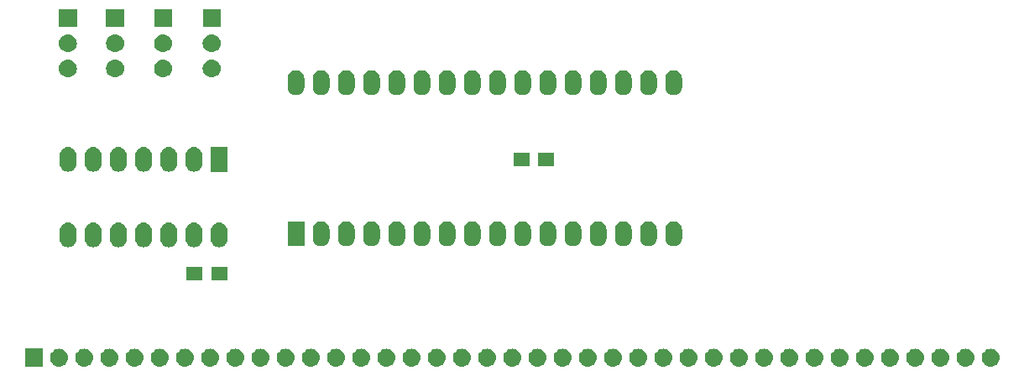
<source format=gts>
G04 #@! TF.GenerationSoftware,KiCad,Pcbnew,5.1.4*
G04 #@! TF.CreationDate,2019-10-08T23:19:43+02:00*
G04 #@! TF.ProjectId,rc-29f001,72632d32-3966-4303-9031-2e6b69636164,rev?*
G04 #@! TF.SameCoordinates,Original*
G04 #@! TF.FileFunction,Soldermask,Top*
G04 #@! TF.FilePolarity,Negative*
%FSLAX46Y46*%
G04 Gerber Fmt 4.6, Leading zero omitted, Abs format (unit mm)*
G04 Created by KiCad (PCBNEW 5.1.4) date 2019-10-08 23:19:43*
%MOMM*%
%LPD*%
G04 APERTURE LIST*
%ADD10C,0.100000*%
G04 APERTURE END LIST*
D10*
G36*
X47570442Y-187355518D02*
G01*
X47636627Y-187362037D01*
X47806466Y-187413557D01*
X47962991Y-187497222D01*
X47998729Y-187526552D01*
X48100186Y-187609814D01*
X48183448Y-187711271D01*
X48212778Y-187747009D01*
X48296443Y-187903534D01*
X48347963Y-188073373D01*
X48365359Y-188250000D01*
X48347963Y-188426627D01*
X48296443Y-188596466D01*
X48212778Y-188752991D01*
X48183448Y-188788729D01*
X48100186Y-188890186D01*
X47998729Y-188973448D01*
X47962991Y-189002778D01*
X47806466Y-189086443D01*
X47636627Y-189137963D01*
X47570442Y-189144482D01*
X47504260Y-189151000D01*
X47415740Y-189151000D01*
X47349558Y-189144482D01*
X47283373Y-189137963D01*
X47113534Y-189086443D01*
X46957009Y-189002778D01*
X46921271Y-188973448D01*
X46819814Y-188890186D01*
X46736552Y-188788729D01*
X46707222Y-188752991D01*
X46623557Y-188596466D01*
X46572037Y-188426627D01*
X46554641Y-188250000D01*
X46572037Y-188073373D01*
X46623557Y-187903534D01*
X46707222Y-187747009D01*
X46736552Y-187711271D01*
X46819814Y-187609814D01*
X46921271Y-187526552D01*
X46957009Y-187497222D01*
X47113534Y-187413557D01*
X47283373Y-187362037D01*
X47349558Y-187355518D01*
X47415740Y-187349000D01*
X47504260Y-187349000D01*
X47570442Y-187355518D01*
X47570442Y-187355518D01*
G37*
G36*
X22961000Y-189151000D02*
G01*
X21159000Y-189151000D01*
X21159000Y-187349000D01*
X22961000Y-187349000D01*
X22961000Y-189151000D01*
X22961000Y-189151000D01*
G37*
G36*
X24710442Y-187355518D02*
G01*
X24776627Y-187362037D01*
X24946466Y-187413557D01*
X25102991Y-187497222D01*
X25138729Y-187526552D01*
X25240186Y-187609814D01*
X25323448Y-187711271D01*
X25352778Y-187747009D01*
X25436443Y-187903534D01*
X25487963Y-188073373D01*
X25505359Y-188250000D01*
X25487963Y-188426627D01*
X25436443Y-188596466D01*
X25352778Y-188752991D01*
X25323448Y-188788729D01*
X25240186Y-188890186D01*
X25138729Y-188973448D01*
X25102991Y-189002778D01*
X24946466Y-189086443D01*
X24776627Y-189137963D01*
X24710442Y-189144482D01*
X24644260Y-189151000D01*
X24555740Y-189151000D01*
X24489558Y-189144482D01*
X24423373Y-189137963D01*
X24253534Y-189086443D01*
X24097009Y-189002778D01*
X24061271Y-188973448D01*
X23959814Y-188890186D01*
X23876552Y-188788729D01*
X23847222Y-188752991D01*
X23763557Y-188596466D01*
X23712037Y-188426627D01*
X23694641Y-188250000D01*
X23712037Y-188073373D01*
X23763557Y-187903534D01*
X23847222Y-187747009D01*
X23876552Y-187711271D01*
X23959814Y-187609814D01*
X24061271Y-187526552D01*
X24097009Y-187497222D01*
X24253534Y-187413557D01*
X24423373Y-187362037D01*
X24489558Y-187355518D01*
X24555740Y-187349000D01*
X24644260Y-187349000D01*
X24710442Y-187355518D01*
X24710442Y-187355518D01*
G37*
G36*
X27250442Y-187355518D02*
G01*
X27316627Y-187362037D01*
X27486466Y-187413557D01*
X27642991Y-187497222D01*
X27678729Y-187526552D01*
X27780186Y-187609814D01*
X27863448Y-187711271D01*
X27892778Y-187747009D01*
X27976443Y-187903534D01*
X28027963Y-188073373D01*
X28045359Y-188250000D01*
X28027963Y-188426627D01*
X27976443Y-188596466D01*
X27892778Y-188752991D01*
X27863448Y-188788729D01*
X27780186Y-188890186D01*
X27678729Y-188973448D01*
X27642991Y-189002778D01*
X27486466Y-189086443D01*
X27316627Y-189137963D01*
X27250442Y-189144482D01*
X27184260Y-189151000D01*
X27095740Y-189151000D01*
X27029558Y-189144482D01*
X26963373Y-189137963D01*
X26793534Y-189086443D01*
X26637009Y-189002778D01*
X26601271Y-188973448D01*
X26499814Y-188890186D01*
X26416552Y-188788729D01*
X26387222Y-188752991D01*
X26303557Y-188596466D01*
X26252037Y-188426627D01*
X26234641Y-188250000D01*
X26252037Y-188073373D01*
X26303557Y-187903534D01*
X26387222Y-187747009D01*
X26416552Y-187711271D01*
X26499814Y-187609814D01*
X26601271Y-187526552D01*
X26637009Y-187497222D01*
X26793534Y-187413557D01*
X26963373Y-187362037D01*
X27029558Y-187355518D01*
X27095740Y-187349000D01*
X27184260Y-187349000D01*
X27250442Y-187355518D01*
X27250442Y-187355518D01*
G37*
G36*
X29790442Y-187355518D02*
G01*
X29856627Y-187362037D01*
X30026466Y-187413557D01*
X30182991Y-187497222D01*
X30218729Y-187526552D01*
X30320186Y-187609814D01*
X30403448Y-187711271D01*
X30432778Y-187747009D01*
X30516443Y-187903534D01*
X30567963Y-188073373D01*
X30585359Y-188250000D01*
X30567963Y-188426627D01*
X30516443Y-188596466D01*
X30432778Y-188752991D01*
X30403448Y-188788729D01*
X30320186Y-188890186D01*
X30218729Y-188973448D01*
X30182991Y-189002778D01*
X30026466Y-189086443D01*
X29856627Y-189137963D01*
X29790442Y-189144482D01*
X29724260Y-189151000D01*
X29635740Y-189151000D01*
X29569558Y-189144482D01*
X29503373Y-189137963D01*
X29333534Y-189086443D01*
X29177009Y-189002778D01*
X29141271Y-188973448D01*
X29039814Y-188890186D01*
X28956552Y-188788729D01*
X28927222Y-188752991D01*
X28843557Y-188596466D01*
X28792037Y-188426627D01*
X28774641Y-188250000D01*
X28792037Y-188073373D01*
X28843557Y-187903534D01*
X28927222Y-187747009D01*
X28956552Y-187711271D01*
X29039814Y-187609814D01*
X29141271Y-187526552D01*
X29177009Y-187497222D01*
X29333534Y-187413557D01*
X29503373Y-187362037D01*
X29569558Y-187355518D01*
X29635740Y-187349000D01*
X29724260Y-187349000D01*
X29790442Y-187355518D01*
X29790442Y-187355518D01*
G37*
G36*
X32330442Y-187355518D02*
G01*
X32396627Y-187362037D01*
X32566466Y-187413557D01*
X32722991Y-187497222D01*
X32758729Y-187526552D01*
X32860186Y-187609814D01*
X32943448Y-187711271D01*
X32972778Y-187747009D01*
X33056443Y-187903534D01*
X33107963Y-188073373D01*
X33125359Y-188250000D01*
X33107963Y-188426627D01*
X33056443Y-188596466D01*
X32972778Y-188752991D01*
X32943448Y-188788729D01*
X32860186Y-188890186D01*
X32758729Y-188973448D01*
X32722991Y-189002778D01*
X32566466Y-189086443D01*
X32396627Y-189137963D01*
X32330442Y-189144482D01*
X32264260Y-189151000D01*
X32175740Y-189151000D01*
X32109558Y-189144482D01*
X32043373Y-189137963D01*
X31873534Y-189086443D01*
X31717009Y-189002778D01*
X31681271Y-188973448D01*
X31579814Y-188890186D01*
X31496552Y-188788729D01*
X31467222Y-188752991D01*
X31383557Y-188596466D01*
X31332037Y-188426627D01*
X31314641Y-188250000D01*
X31332037Y-188073373D01*
X31383557Y-187903534D01*
X31467222Y-187747009D01*
X31496552Y-187711271D01*
X31579814Y-187609814D01*
X31681271Y-187526552D01*
X31717009Y-187497222D01*
X31873534Y-187413557D01*
X32043373Y-187362037D01*
X32109558Y-187355518D01*
X32175740Y-187349000D01*
X32264260Y-187349000D01*
X32330442Y-187355518D01*
X32330442Y-187355518D01*
G37*
G36*
X34870442Y-187355518D02*
G01*
X34936627Y-187362037D01*
X35106466Y-187413557D01*
X35262991Y-187497222D01*
X35298729Y-187526552D01*
X35400186Y-187609814D01*
X35483448Y-187711271D01*
X35512778Y-187747009D01*
X35596443Y-187903534D01*
X35647963Y-188073373D01*
X35665359Y-188250000D01*
X35647963Y-188426627D01*
X35596443Y-188596466D01*
X35512778Y-188752991D01*
X35483448Y-188788729D01*
X35400186Y-188890186D01*
X35298729Y-188973448D01*
X35262991Y-189002778D01*
X35106466Y-189086443D01*
X34936627Y-189137963D01*
X34870442Y-189144482D01*
X34804260Y-189151000D01*
X34715740Y-189151000D01*
X34649558Y-189144482D01*
X34583373Y-189137963D01*
X34413534Y-189086443D01*
X34257009Y-189002778D01*
X34221271Y-188973448D01*
X34119814Y-188890186D01*
X34036552Y-188788729D01*
X34007222Y-188752991D01*
X33923557Y-188596466D01*
X33872037Y-188426627D01*
X33854641Y-188250000D01*
X33872037Y-188073373D01*
X33923557Y-187903534D01*
X34007222Y-187747009D01*
X34036552Y-187711271D01*
X34119814Y-187609814D01*
X34221271Y-187526552D01*
X34257009Y-187497222D01*
X34413534Y-187413557D01*
X34583373Y-187362037D01*
X34649558Y-187355518D01*
X34715740Y-187349000D01*
X34804260Y-187349000D01*
X34870442Y-187355518D01*
X34870442Y-187355518D01*
G37*
G36*
X37410442Y-187355518D02*
G01*
X37476627Y-187362037D01*
X37646466Y-187413557D01*
X37802991Y-187497222D01*
X37838729Y-187526552D01*
X37940186Y-187609814D01*
X38023448Y-187711271D01*
X38052778Y-187747009D01*
X38136443Y-187903534D01*
X38187963Y-188073373D01*
X38205359Y-188250000D01*
X38187963Y-188426627D01*
X38136443Y-188596466D01*
X38052778Y-188752991D01*
X38023448Y-188788729D01*
X37940186Y-188890186D01*
X37838729Y-188973448D01*
X37802991Y-189002778D01*
X37646466Y-189086443D01*
X37476627Y-189137963D01*
X37410442Y-189144482D01*
X37344260Y-189151000D01*
X37255740Y-189151000D01*
X37189558Y-189144482D01*
X37123373Y-189137963D01*
X36953534Y-189086443D01*
X36797009Y-189002778D01*
X36761271Y-188973448D01*
X36659814Y-188890186D01*
X36576552Y-188788729D01*
X36547222Y-188752991D01*
X36463557Y-188596466D01*
X36412037Y-188426627D01*
X36394641Y-188250000D01*
X36412037Y-188073373D01*
X36463557Y-187903534D01*
X36547222Y-187747009D01*
X36576552Y-187711271D01*
X36659814Y-187609814D01*
X36761271Y-187526552D01*
X36797009Y-187497222D01*
X36953534Y-187413557D01*
X37123373Y-187362037D01*
X37189558Y-187355518D01*
X37255740Y-187349000D01*
X37344260Y-187349000D01*
X37410442Y-187355518D01*
X37410442Y-187355518D01*
G37*
G36*
X39950442Y-187355518D02*
G01*
X40016627Y-187362037D01*
X40186466Y-187413557D01*
X40342991Y-187497222D01*
X40378729Y-187526552D01*
X40480186Y-187609814D01*
X40563448Y-187711271D01*
X40592778Y-187747009D01*
X40676443Y-187903534D01*
X40727963Y-188073373D01*
X40745359Y-188250000D01*
X40727963Y-188426627D01*
X40676443Y-188596466D01*
X40592778Y-188752991D01*
X40563448Y-188788729D01*
X40480186Y-188890186D01*
X40378729Y-188973448D01*
X40342991Y-189002778D01*
X40186466Y-189086443D01*
X40016627Y-189137963D01*
X39950442Y-189144482D01*
X39884260Y-189151000D01*
X39795740Y-189151000D01*
X39729558Y-189144482D01*
X39663373Y-189137963D01*
X39493534Y-189086443D01*
X39337009Y-189002778D01*
X39301271Y-188973448D01*
X39199814Y-188890186D01*
X39116552Y-188788729D01*
X39087222Y-188752991D01*
X39003557Y-188596466D01*
X38952037Y-188426627D01*
X38934641Y-188250000D01*
X38952037Y-188073373D01*
X39003557Y-187903534D01*
X39087222Y-187747009D01*
X39116552Y-187711271D01*
X39199814Y-187609814D01*
X39301271Y-187526552D01*
X39337009Y-187497222D01*
X39493534Y-187413557D01*
X39663373Y-187362037D01*
X39729558Y-187355518D01*
X39795740Y-187349000D01*
X39884260Y-187349000D01*
X39950442Y-187355518D01*
X39950442Y-187355518D01*
G37*
G36*
X42490442Y-187355518D02*
G01*
X42556627Y-187362037D01*
X42726466Y-187413557D01*
X42882991Y-187497222D01*
X42918729Y-187526552D01*
X43020186Y-187609814D01*
X43103448Y-187711271D01*
X43132778Y-187747009D01*
X43216443Y-187903534D01*
X43267963Y-188073373D01*
X43285359Y-188250000D01*
X43267963Y-188426627D01*
X43216443Y-188596466D01*
X43132778Y-188752991D01*
X43103448Y-188788729D01*
X43020186Y-188890186D01*
X42918729Y-188973448D01*
X42882991Y-189002778D01*
X42726466Y-189086443D01*
X42556627Y-189137963D01*
X42490442Y-189144482D01*
X42424260Y-189151000D01*
X42335740Y-189151000D01*
X42269558Y-189144482D01*
X42203373Y-189137963D01*
X42033534Y-189086443D01*
X41877009Y-189002778D01*
X41841271Y-188973448D01*
X41739814Y-188890186D01*
X41656552Y-188788729D01*
X41627222Y-188752991D01*
X41543557Y-188596466D01*
X41492037Y-188426627D01*
X41474641Y-188250000D01*
X41492037Y-188073373D01*
X41543557Y-187903534D01*
X41627222Y-187747009D01*
X41656552Y-187711271D01*
X41739814Y-187609814D01*
X41841271Y-187526552D01*
X41877009Y-187497222D01*
X42033534Y-187413557D01*
X42203373Y-187362037D01*
X42269558Y-187355518D01*
X42335740Y-187349000D01*
X42424260Y-187349000D01*
X42490442Y-187355518D01*
X42490442Y-187355518D01*
G37*
G36*
X72970442Y-187355518D02*
G01*
X73036627Y-187362037D01*
X73206466Y-187413557D01*
X73362991Y-187497222D01*
X73398729Y-187526552D01*
X73500186Y-187609814D01*
X73583448Y-187711271D01*
X73612778Y-187747009D01*
X73696443Y-187903534D01*
X73747963Y-188073373D01*
X73765359Y-188250000D01*
X73747963Y-188426627D01*
X73696443Y-188596466D01*
X73612778Y-188752991D01*
X73583448Y-188788729D01*
X73500186Y-188890186D01*
X73398729Y-188973448D01*
X73362991Y-189002778D01*
X73206466Y-189086443D01*
X73036627Y-189137963D01*
X72970442Y-189144482D01*
X72904260Y-189151000D01*
X72815740Y-189151000D01*
X72749558Y-189144482D01*
X72683373Y-189137963D01*
X72513534Y-189086443D01*
X72357009Y-189002778D01*
X72321271Y-188973448D01*
X72219814Y-188890186D01*
X72136552Y-188788729D01*
X72107222Y-188752991D01*
X72023557Y-188596466D01*
X71972037Y-188426627D01*
X71954641Y-188250000D01*
X71972037Y-188073373D01*
X72023557Y-187903534D01*
X72107222Y-187747009D01*
X72136552Y-187711271D01*
X72219814Y-187609814D01*
X72321271Y-187526552D01*
X72357009Y-187497222D01*
X72513534Y-187413557D01*
X72683373Y-187362037D01*
X72749558Y-187355518D01*
X72815740Y-187349000D01*
X72904260Y-187349000D01*
X72970442Y-187355518D01*
X72970442Y-187355518D01*
G37*
G36*
X50110442Y-187355518D02*
G01*
X50176627Y-187362037D01*
X50346466Y-187413557D01*
X50502991Y-187497222D01*
X50538729Y-187526552D01*
X50640186Y-187609814D01*
X50723448Y-187711271D01*
X50752778Y-187747009D01*
X50836443Y-187903534D01*
X50887963Y-188073373D01*
X50905359Y-188250000D01*
X50887963Y-188426627D01*
X50836443Y-188596466D01*
X50752778Y-188752991D01*
X50723448Y-188788729D01*
X50640186Y-188890186D01*
X50538729Y-188973448D01*
X50502991Y-189002778D01*
X50346466Y-189086443D01*
X50176627Y-189137963D01*
X50110442Y-189144482D01*
X50044260Y-189151000D01*
X49955740Y-189151000D01*
X49889558Y-189144482D01*
X49823373Y-189137963D01*
X49653534Y-189086443D01*
X49497009Y-189002778D01*
X49461271Y-188973448D01*
X49359814Y-188890186D01*
X49276552Y-188788729D01*
X49247222Y-188752991D01*
X49163557Y-188596466D01*
X49112037Y-188426627D01*
X49094641Y-188250000D01*
X49112037Y-188073373D01*
X49163557Y-187903534D01*
X49247222Y-187747009D01*
X49276552Y-187711271D01*
X49359814Y-187609814D01*
X49461271Y-187526552D01*
X49497009Y-187497222D01*
X49653534Y-187413557D01*
X49823373Y-187362037D01*
X49889558Y-187355518D01*
X49955740Y-187349000D01*
X50044260Y-187349000D01*
X50110442Y-187355518D01*
X50110442Y-187355518D01*
G37*
G36*
X52650442Y-187355518D02*
G01*
X52716627Y-187362037D01*
X52886466Y-187413557D01*
X53042991Y-187497222D01*
X53078729Y-187526552D01*
X53180186Y-187609814D01*
X53263448Y-187711271D01*
X53292778Y-187747009D01*
X53376443Y-187903534D01*
X53427963Y-188073373D01*
X53445359Y-188250000D01*
X53427963Y-188426627D01*
X53376443Y-188596466D01*
X53292778Y-188752991D01*
X53263448Y-188788729D01*
X53180186Y-188890186D01*
X53078729Y-188973448D01*
X53042991Y-189002778D01*
X52886466Y-189086443D01*
X52716627Y-189137963D01*
X52650442Y-189144482D01*
X52584260Y-189151000D01*
X52495740Y-189151000D01*
X52429558Y-189144482D01*
X52363373Y-189137963D01*
X52193534Y-189086443D01*
X52037009Y-189002778D01*
X52001271Y-188973448D01*
X51899814Y-188890186D01*
X51816552Y-188788729D01*
X51787222Y-188752991D01*
X51703557Y-188596466D01*
X51652037Y-188426627D01*
X51634641Y-188250000D01*
X51652037Y-188073373D01*
X51703557Y-187903534D01*
X51787222Y-187747009D01*
X51816552Y-187711271D01*
X51899814Y-187609814D01*
X52001271Y-187526552D01*
X52037009Y-187497222D01*
X52193534Y-187413557D01*
X52363373Y-187362037D01*
X52429558Y-187355518D01*
X52495740Y-187349000D01*
X52584260Y-187349000D01*
X52650442Y-187355518D01*
X52650442Y-187355518D01*
G37*
G36*
X55190442Y-187355518D02*
G01*
X55256627Y-187362037D01*
X55426466Y-187413557D01*
X55582991Y-187497222D01*
X55618729Y-187526552D01*
X55720186Y-187609814D01*
X55803448Y-187711271D01*
X55832778Y-187747009D01*
X55916443Y-187903534D01*
X55967963Y-188073373D01*
X55985359Y-188250000D01*
X55967963Y-188426627D01*
X55916443Y-188596466D01*
X55832778Y-188752991D01*
X55803448Y-188788729D01*
X55720186Y-188890186D01*
X55618729Y-188973448D01*
X55582991Y-189002778D01*
X55426466Y-189086443D01*
X55256627Y-189137963D01*
X55190442Y-189144482D01*
X55124260Y-189151000D01*
X55035740Y-189151000D01*
X54969558Y-189144482D01*
X54903373Y-189137963D01*
X54733534Y-189086443D01*
X54577009Y-189002778D01*
X54541271Y-188973448D01*
X54439814Y-188890186D01*
X54356552Y-188788729D01*
X54327222Y-188752991D01*
X54243557Y-188596466D01*
X54192037Y-188426627D01*
X54174641Y-188250000D01*
X54192037Y-188073373D01*
X54243557Y-187903534D01*
X54327222Y-187747009D01*
X54356552Y-187711271D01*
X54439814Y-187609814D01*
X54541271Y-187526552D01*
X54577009Y-187497222D01*
X54733534Y-187413557D01*
X54903373Y-187362037D01*
X54969558Y-187355518D01*
X55035740Y-187349000D01*
X55124260Y-187349000D01*
X55190442Y-187355518D01*
X55190442Y-187355518D01*
G37*
G36*
X57730442Y-187355518D02*
G01*
X57796627Y-187362037D01*
X57966466Y-187413557D01*
X58122991Y-187497222D01*
X58158729Y-187526552D01*
X58260186Y-187609814D01*
X58343448Y-187711271D01*
X58372778Y-187747009D01*
X58456443Y-187903534D01*
X58507963Y-188073373D01*
X58525359Y-188250000D01*
X58507963Y-188426627D01*
X58456443Y-188596466D01*
X58372778Y-188752991D01*
X58343448Y-188788729D01*
X58260186Y-188890186D01*
X58158729Y-188973448D01*
X58122991Y-189002778D01*
X57966466Y-189086443D01*
X57796627Y-189137963D01*
X57730442Y-189144482D01*
X57664260Y-189151000D01*
X57575740Y-189151000D01*
X57509558Y-189144482D01*
X57443373Y-189137963D01*
X57273534Y-189086443D01*
X57117009Y-189002778D01*
X57081271Y-188973448D01*
X56979814Y-188890186D01*
X56896552Y-188788729D01*
X56867222Y-188752991D01*
X56783557Y-188596466D01*
X56732037Y-188426627D01*
X56714641Y-188250000D01*
X56732037Y-188073373D01*
X56783557Y-187903534D01*
X56867222Y-187747009D01*
X56896552Y-187711271D01*
X56979814Y-187609814D01*
X57081271Y-187526552D01*
X57117009Y-187497222D01*
X57273534Y-187413557D01*
X57443373Y-187362037D01*
X57509558Y-187355518D01*
X57575740Y-187349000D01*
X57664260Y-187349000D01*
X57730442Y-187355518D01*
X57730442Y-187355518D01*
G37*
G36*
X60270442Y-187355518D02*
G01*
X60336627Y-187362037D01*
X60506466Y-187413557D01*
X60662991Y-187497222D01*
X60698729Y-187526552D01*
X60800186Y-187609814D01*
X60883448Y-187711271D01*
X60912778Y-187747009D01*
X60996443Y-187903534D01*
X61047963Y-188073373D01*
X61065359Y-188250000D01*
X61047963Y-188426627D01*
X60996443Y-188596466D01*
X60912778Y-188752991D01*
X60883448Y-188788729D01*
X60800186Y-188890186D01*
X60698729Y-188973448D01*
X60662991Y-189002778D01*
X60506466Y-189086443D01*
X60336627Y-189137963D01*
X60270442Y-189144482D01*
X60204260Y-189151000D01*
X60115740Y-189151000D01*
X60049558Y-189144482D01*
X59983373Y-189137963D01*
X59813534Y-189086443D01*
X59657009Y-189002778D01*
X59621271Y-188973448D01*
X59519814Y-188890186D01*
X59436552Y-188788729D01*
X59407222Y-188752991D01*
X59323557Y-188596466D01*
X59272037Y-188426627D01*
X59254641Y-188250000D01*
X59272037Y-188073373D01*
X59323557Y-187903534D01*
X59407222Y-187747009D01*
X59436552Y-187711271D01*
X59519814Y-187609814D01*
X59621271Y-187526552D01*
X59657009Y-187497222D01*
X59813534Y-187413557D01*
X59983373Y-187362037D01*
X60049558Y-187355518D01*
X60115740Y-187349000D01*
X60204260Y-187349000D01*
X60270442Y-187355518D01*
X60270442Y-187355518D01*
G37*
G36*
X62810442Y-187355518D02*
G01*
X62876627Y-187362037D01*
X63046466Y-187413557D01*
X63202991Y-187497222D01*
X63238729Y-187526552D01*
X63340186Y-187609814D01*
X63423448Y-187711271D01*
X63452778Y-187747009D01*
X63536443Y-187903534D01*
X63587963Y-188073373D01*
X63605359Y-188250000D01*
X63587963Y-188426627D01*
X63536443Y-188596466D01*
X63452778Y-188752991D01*
X63423448Y-188788729D01*
X63340186Y-188890186D01*
X63238729Y-188973448D01*
X63202991Y-189002778D01*
X63046466Y-189086443D01*
X62876627Y-189137963D01*
X62810442Y-189144482D01*
X62744260Y-189151000D01*
X62655740Y-189151000D01*
X62589558Y-189144482D01*
X62523373Y-189137963D01*
X62353534Y-189086443D01*
X62197009Y-189002778D01*
X62161271Y-188973448D01*
X62059814Y-188890186D01*
X61976552Y-188788729D01*
X61947222Y-188752991D01*
X61863557Y-188596466D01*
X61812037Y-188426627D01*
X61794641Y-188250000D01*
X61812037Y-188073373D01*
X61863557Y-187903534D01*
X61947222Y-187747009D01*
X61976552Y-187711271D01*
X62059814Y-187609814D01*
X62161271Y-187526552D01*
X62197009Y-187497222D01*
X62353534Y-187413557D01*
X62523373Y-187362037D01*
X62589558Y-187355518D01*
X62655740Y-187349000D01*
X62744260Y-187349000D01*
X62810442Y-187355518D01*
X62810442Y-187355518D01*
G37*
G36*
X65350442Y-187355518D02*
G01*
X65416627Y-187362037D01*
X65586466Y-187413557D01*
X65742991Y-187497222D01*
X65778729Y-187526552D01*
X65880186Y-187609814D01*
X65963448Y-187711271D01*
X65992778Y-187747009D01*
X66076443Y-187903534D01*
X66127963Y-188073373D01*
X66145359Y-188250000D01*
X66127963Y-188426627D01*
X66076443Y-188596466D01*
X65992778Y-188752991D01*
X65963448Y-188788729D01*
X65880186Y-188890186D01*
X65778729Y-188973448D01*
X65742991Y-189002778D01*
X65586466Y-189086443D01*
X65416627Y-189137963D01*
X65350442Y-189144482D01*
X65284260Y-189151000D01*
X65195740Y-189151000D01*
X65129558Y-189144482D01*
X65063373Y-189137963D01*
X64893534Y-189086443D01*
X64737009Y-189002778D01*
X64701271Y-188973448D01*
X64599814Y-188890186D01*
X64516552Y-188788729D01*
X64487222Y-188752991D01*
X64403557Y-188596466D01*
X64352037Y-188426627D01*
X64334641Y-188250000D01*
X64352037Y-188073373D01*
X64403557Y-187903534D01*
X64487222Y-187747009D01*
X64516552Y-187711271D01*
X64599814Y-187609814D01*
X64701271Y-187526552D01*
X64737009Y-187497222D01*
X64893534Y-187413557D01*
X65063373Y-187362037D01*
X65129558Y-187355518D01*
X65195740Y-187349000D01*
X65284260Y-187349000D01*
X65350442Y-187355518D01*
X65350442Y-187355518D01*
G37*
G36*
X67890442Y-187355518D02*
G01*
X67956627Y-187362037D01*
X68126466Y-187413557D01*
X68282991Y-187497222D01*
X68318729Y-187526552D01*
X68420186Y-187609814D01*
X68503448Y-187711271D01*
X68532778Y-187747009D01*
X68616443Y-187903534D01*
X68667963Y-188073373D01*
X68685359Y-188250000D01*
X68667963Y-188426627D01*
X68616443Y-188596466D01*
X68532778Y-188752991D01*
X68503448Y-188788729D01*
X68420186Y-188890186D01*
X68318729Y-188973448D01*
X68282991Y-189002778D01*
X68126466Y-189086443D01*
X67956627Y-189137963D01*
X67890442Y-189144482D01*
X67824260Y-189151000D01*
X67735740Y-189151000D01*
X67669558Y-189144482D01*
X67603373Y-189137963D01*
X67433534Y-189086443D01*
X67277009Y-189002778D01*
X67241271Y-188973448D01*
X67139814Y-188890186D01*
X67056552Y-188788729D01*
X67027222Y-188752991D01*
X66943557Y-188596466D01*
X66892037Y-188426627D01*
X66874641Y-188250000D01*
X66892037Y-188073373D01*
X66943557Y-187903534D01*
X67027222Y-187747009D01*
X67056552Y-187711271D01*
X67139814Y-187609814D01*
X67241271Y-187526552D01*
X67277009Y-187497222D01*
X67433534Y-187413557D01*
X67603373Y-187362037D01*
X67669558Y-187355518D01*
X67735740Y-187349000D01*
X67824260Y-187349000D01*
X67890442Y-187355518D01*
X67890442Y-187355518D01*
G37*
G36*
X95830442Y-187355518D02*
G01*
X95896627Y-187362037D01*
X96066466Y-187413557D01*
X96222991Y-187497222D01*
X96258729Y-187526552D01*
X96360186Y-187609814D01*
X96443448Y-187711271D01*
X96472778Y-187747009D01*
X96556443Y-187903534D01*
X96607963Y-188073373D01*
X96625359Y-188250000D01*
X96607963Y-188426627D01*
X96556443Y-188596466D01*
X96472778Y-188752991D01*
X96443448Y-188788729D01*
X96360186Y-188890186D01*
X96258729Y-188973448D01*
X96222991Y-189002778D01*
X96066466Y-189086443D01*
X95896627Y-189137963D01*
X95830442Y-189144482D01*
X95764260Y-189151000D01*
X95675740Y-189151000D01*
X95609558Y-189144482D01*
X95543373Y-189137963D01*
X95373534Y-189086443D01*
X95217009Y-189002778D01*
X95181271Y-188973448D01*
X95079814Y-188890186D01*
X94996552Y-188788729D01*
X94967222Y-188752991D01*
X94883557Y-188596466D01*
X94832037Y-188426627D01*
X94814641Y-188250000D01*
X94832037Y-188073373D01*
X94883557Y-187903534D01*
X94967222Y-187747009D01*
X94996552Y-187711271D01*
X95079814Y-187609814D01*
X95181271Y-187526552D01*
X95217009Y-187497222D01*
X95373534Y-187413557D01*
X95543373Y-187362037D01*
X95609558Y-187355518D01*
X95675740Y-187349000D01*
X95764260Y-187349000D01*
X95830442Y-187355518D01*
X95830442Y-187355518D01*
G37*
G36*
X118690442Y-187355518D02*
G01*
X118756627Y-187362037D01*
X118926466Y-187413557D01*
X119082991Y-187497222D01*
X119118729Y-187526552D01*
X119220186Y-187609814D01*
X119303448Y-187711271D01*
X119332778Y-187747009D01*
X119416443Y-187903534D01*
X119467963Y-188073373D01*
X119485359Y-188250000D01*
X119467963Y-188426627D01*
X119416443Y-188596466D01*
X119332778Y-188752991D01*
X119303448Y-188788729D01*
X119220186Y-188890186D01*
X119118729Y-188973448D01*
X119082991Y-189002778D01*
X118926466Y-189086443D01*
X118756627Y-189137963D01*
X118690442Y-189144482D01*
X118624260Y-189151000D01*
X118535740Y-189151000D01*
X118469558Y-189144482D01*
X118403373Y-189137963D01*
X118233534Y-189086443D01*
X118077009Y-189002778D01*
X118041271Y-188973448D01*
X117939814Y-188890186D01*
X117856552Y-188788729D01*
X117827222Y-188752991D01*
X117743557Y-188596466D01*
X117692037Y-188426627D01*
X117674641Y-188250000D01*
X117692037Y-188073373D01*
X117743557Y-187903534D01*
X117827222Y-187747009D01*
X117856552Y-187711271D01*
X117939814Y-187609814D01*
X118041271Y-187526552D01*
X118077009Y-187497222D01*
X118233534Y-187413557D01*
X118403373Y-187362037D01*
X118469558Y-187355518D01*
X118535740Y-187349000D01*
X118624260Y-187349000D01*
X118690442Y-187355518D01*
X118690442Y-187355518D01*
G37*
G36*
X75510442Y-187355518D02*
G01*
X75576627Y-187362037D01*
X75746466Y-187413557D01*
X75902991Y-187497222D01*
X75938729Y-187526552D01*
X76040186Y-187609814D01*
X76123448Y-187711271D01*
X76152778Y-187747009D01*
X76236443Y-187903534D01*
X76287963Y-188073373D01*
X76305359Y-188250000D01*
X76287963Y-188426627D01*
X76236443Y-188596466D01*
X76152778Y-188752991D01*
X76123448Y-188788729D01*
X76040186Y-188890186D01*
X75938729Y-188973448D01*
X75902991Y-189002778D01*
X75746466Y-189086443D01*
X75576627Y-189137963D01*
X75510442Y-189144482D01*
X75444260Y-189151000D01*
X75355740Y-189151000D01*
X75289558Y-189144482D01*
X75223373Y-189137963D01*
X75053534Y-189086443D01*
X74897009Y-189002778D01*
X74861271Y-188973448D01*
X74759814Y-188890186D01*
X74676552Y-188788729D01*
X74647222Y-188752991D01*
X74563557Y-188596466D01*
X74512037Y-188426627D01*
X74494641Y-188250000D01*
X74512037Y-188073373D01*
X74563557Y-187903534D01*
X74647222Y-187747009D01*
X74676552Y-187711271D01*
X74759814Y-187609814D01*
X74861271Y-187526552D01*
X74897009Y-187497222D01*
X75053534Y-187413557D01*
X75223373Y-187362037D01*
X75289558Y-187355518D01*
X75355740Y-187349000D01*
X75444260Y-187349000D01*
X75510442Y-187355518D01*
X75510442Y-187355518D01*
G37*
G36*
X78050442Y-187355518D02*
G01*
X78116627Y-187362037D01*
X78286466Y-187413557D01*
X78442991Y-187497222D01*
X78478729Y-187526552D01*
X78580186Y-187609814D01*
X78663448Y-187711271D01*
X78692778Y-187747009D01*
X78776443Y-187903534D01*
X78827963Y-188073373D01*
X78845359Y-188250000D01*
X78827963Y-188426627D01*
X78776443Y-188596466D01*
X78692778Y-188752991D01*
X78663448Y-188788729D01*
X78580186Y-188890186D01*
X78478729Y-188973448D01*
X78442991Y-189002778D01*
X78286466Y-189086443D01*
X78116627Y-189137963D01*
X78050442Y-189144482D01*
X77984260Y-189151000D01*
X77895740Y-189151000D01*
X77829558Y-189144482D01*
X77763373Y-189137963D01*
X77593534Y-189086443D01*
X77437009Y-189002778D01*
X77401271Y-188973448D01*
X77299814Y-188890186D01*
X77216552Y-188788729D01*
X77187222Y-188752991D01*
X77103557Y-188596466D01*
X77052037Y-188426627D01*
X77034641Y-188250000D01*
X77052037Y-188073373D01*
X77103557Y-187903534D01*
X77187222Y-187747009D01*
X77216552Y-187711271D01*
X77299814Y-187609814D01*
X77401271Y-187526552D01*
X77437009Y-187497222D01*
X77593534Y-187413557D01*
X77763373Y-187362037D01*
X77829558Y-187355518D01*
X77895740Y-187349000D01*
X77984260Y-187349000D01*
X78050442Y-187355518D01*
X78050442Y-187355518D01*
G37*
G36*
X80590442Y-187355518D02*
G01*
X80656627Y-187362037D01*
X80826466Y-187413557D01*
X80982991Y-187497222D01*
X81018729Y-187526552D01*
X81120186Y-187609814D01*
X81203448Y-187711271D01*
X81232778Y-187747009D01*
X81316443Y-187903534D01*
X81367963Y-188073373D01*
X81385359Y-188250000D01*
X81367963Y-188426627D01*
X81316443Y-188596466D01*
X81232778Y-188752991D01*
X81203448Y-188788729D01*
X81120186Y-188890186D01*
X81018729Y-188973448D01*
X80982991Y-189002778D01*
X80826466Y-189086443D01*
X80656627Y-189137963D01*
X80590442Y-189144482D01*
X80524260Y-189151000D01*
X80435740Y-189151000D01*
X80369558Y-189144482D01*
X80303373Y-189137963D01*
X80133534Y-189086443D01*
X79977009Y-189002778D01*
X79941271Y-188973448D01*
X79839814Y-188890186D01*
X79756552Y-188788729D01*
X79727222Y-188752991D01*
X79643557Y-188596466D01*
X79592037Y-188426627D01*
X79574641Y-188250000D01*
X79592037Y-188073373D01*
X79643557Y-187903534D01*
X79727222Y-187747009D01*
X79756552Y-187711271D01*
X79839814Y-187609814D01*
X79941271Y-187526552D01*
X79977009Y-187497222D01*
X80133534Y-187413557D01*
X80303373Y-187362037D01*
X80369558Y-187355518D01*
X80435740Y-187349000D01*
X80524260Y-187349000D01*
X80590442Y-187355518D01*
X80590442Y-187355518D01*
G37*
G36*
X83130442Y-187355518D02*
G01*
X83196627Y-187362037D01*
X83366466Y-187413557D01*
X83522991Y-187497222D01*
X83558729Y-187526552D01*
X83660186Y-187609814D01*
X83743448Y-187711271D01*
X83772778Y-187747009D01*
X83856443Y-187903534D01*
X83907963Y-188073373D01*
X83925359Y-188250000D01*
X83907963Y-188426627D01*
X83856443Y-188596466D01*
X83772778Y-188752991D01*
X83743448Y-188788729D01*
X83660186Y-188890186D01*
X83558729Y-188973448D01*
X83522991Y-189002778D01*
X83366466Y-189086443D01*
X83196627Y-189137963D01*
X83130442Y-189144482D01*
X83064260Y-189151000D01*
X82975740Y-189151000D01*
X82909558Y-189144482D01*
X82843373Y-189137963D01*
X82673534Y-189086443D01*
X82517009Y-189002778D01*
X82481271Y-188973448D01*
X82379814Y-188890186D01*
X82296552Y-188788729D01*
X82267222Y-188752991D01*
X82183557Y-188596466D01*
X82132037Y-188426627D01*
X82114641Y-188250000D01*
X82132037Y-188073373D01*
X82183557Y-187903534D01*
X82267222Y-187747009D01*
X82296552Y-187711271D01*
X82379814Y-187609814D01*
X82481271Y-187526552D01*
X82517009Y-187497222D01*
X82673534Y-187413557D01*
X82843373Y-187362037D01*
X82909558Y-187355518D01*
X82975740Y-187349000D01*
X83064260Y-187349000D01*
X83130442Y-187355518D01*
X83130442Y-187355518D01*
G37*
G36*
X85670442Y-187355518D02*
G01*
X85736627Y-187362037D01*
X85906466Y-187413557D01*
X86062991Y-187497222D01*
X86098729Y-187526552D01*
X86200186Y-187609814D01*
X86283448Y-187711271D01*
X86312778Y-187747009D01*
X86396443Y-187903534D01*
X86447963Y-188073373D01*
X86465359Y-188250000D01*
X86447963Y-188426627D01*
X86396443Y-188596466D01*
X86312778Y-188752991D01*
X86283448Y-188788729D01*
X86200186Y-188890186D01*
X86098729Y-188973448D01*
X86062991Y-189002778D01*
X85906466Y-189086443D01*
X85736627Y-189137963D01*
X85670442Y-189144482D01*
X85604260Y-189151000D01*
X85515740Y-189151000D01*
X85449558Y-189144482D01*
X85383373Y-189137963D01*
X85213534Y-189086443D01*
X85057009Y-189002778D01*
X85021271Y-188973448D01*
X84919814Y-188890186D01*
X84836552Y-188788729D01*
X84807222Y-188752991D01*
X84723557Y-188596466D01*
X84672037Y-188426627D01*
X84654641Y-188250000D01*
X84672037Y-188073373D01*
X84723557Y-187903534D01*
X84807222Y-187747009D01*
X84836552Y-187711271D01*
X84919814Y-187609814D01*
X85021271Y-187526552D01*
X85057009Y-187497222D01*
X85213534Y-187413557D01*
X85383373Y-187362037D01*
X85449558Y-187355518D01*
X85515740Y-187349000D01*
X85604260Y-187349000D01*
X85670442Y-187355518D01*
X85670442Y-187355518D01*
G37*
G36*
X88210442Y-187355518D02*
G01*
X88276627Y-187362037D01*
X88446466Y-187413557D01*
X88602991Y-187497222D01*
X88638729Y-187526552D01*
X88740186Y-187609814D01*
X88823448Y-187711271D01*
X88852778Y-187747009D01*
X88936443Y-187903534D01*
X88987963Y-188073373D01*
X89005359Y-188250000D01*
X88987963Y-188426627D01*
X88936443Y-188596466D01*
X88852778Y-188752991D01*
X88823448Y-188788729D01*
X88740186Y-188890186D01*
X88638729Y-188973448D01*
X88602991Y-189002778D01*
X88446466Y-189086443D01*
X88276627Y-189137963D01*
X88210442Y-189144482D01*
X88144260Y-189151000D01*
X88055740Y-189151000D01*
X87989558Y-189144482D01*
X87923373Y-189137963D01*
X87753534Y-189086443D01*
X87597009Y-189002778D01*
X87561271Y-188973448D01*
X87459814Y-188890186D01*
X87376552Y-188788729D01*
X87347222Y-188752991D01*
X87263557Y-188596466D01*
X87212037Y-188426627D01*
X87194641Y-188250000D01*
X87212037Y-188073373D01*
X87263557Y-187903534D01*
X87347222Y-187747009D01*
X87376552Y-187711271D01*
X87459814Y-187609814D01*
X87561271Y-187526552D01*
X87597009Y-187497222D01*
X87753534Y-187413557D01*
X87923373Y-187362037D01*
X87989558Y-187355518D01*
X88055740Y-187349000D01*
X88144260Y-187349000D01*
X88210442Y-187355518D01*
X88210442Y-187355518D01*
G37*
G36*
X90750442Y-187355518D02*
G01*
X90816627Y-187362037D01*
X90986466Y-187413557D01*
X91142991Y-187497222D01*
X91178729Y-187526552D01*
X91280186Y-187609814D01*
X91363448Y-187711271D01*
X91392778Y-187747009D01*
X91476443Y-187903534D01*
X91527963Y-188073373D01*
X91545359Y-188250000D01*
X91527963Y-188426627D01*
X91476443Y-188596466D01*
X91392778Y-188752991D01*
X91363448Y-188788729D01*
X91280186Y-188890186D01*
X91178729Y-188973448D01*
X91142991Y-189002778D01*
X90986466Y-189086443D01*
X90816627Y-189137963D01*
X90750442Y-189144482D01*
X90684260Y-189151000D01*
X90595740Y-189151000D01*
X90529558Y-189144482D01*
X90463373Y-189137963D01*
X90293534Y-189086443D01*
X90137009Y-189002778D01*
X90101271Y-188973448D01*
X89999814Y-188890186D01*
X89916552Y-188788729D01*
X89887222Y-188752991D01*
X89803557Y-188596466D01*
X89752037Y-188426627D01*
X89734641Y-188250000D01*
X89752037Y-188073373D01*
X89803557Y-187903534D01*
X89887222Y-187747009D01*
X89916552Y-187711271D01*
X89999814Y-187609814D01*
X90101271Y-187526552D01*
X90137009Y-187497222D01*
X90293534Y-187413557D01*
X90463373Y-187362037D01*
X90529558Y-187355518D01*
X90595740Y-187349000D01*
X90684260Y-187349000D01*
X90750442Y-187355518D01*
X90750442Y-187355518D01*
G37*
G36*
X93290442Y-187355518D02*
G01*
X93356627Y-187362037D01*
X93526466Y-187413557D01*
X93682991Y-187497222D01*
X93718729Y-187526552D01*
X93820186Y-187609814D01*
X93903448Y-187711271D01*
X93932778Y-187747009D01*
X94016443Y-187903534D01*
X94067963Y-188073373D01*
X94085359Y-188250000D01*
X94067963Y-188426627D01*
X94016443Y-188596466D01*
X93932778Y-188752991D01*
X93903448Y-188788729D01*
X93820186Y-188890186D01*
X93718729Y-188973448D01*
X93682991Y-189002778D01*
X93526466Y-189086443D01*
X93356627Y-189137963D01*
X93290442Y-189144482D01*
X93224260Y-189151000D01*
X93135740Y-189151000D01*
X93069558Y-189144482D01*
X93003373Y-189137963D01*
X92833534Y-189086443D01*
X92677009Y-189002778D01*
X92641271Y-188973448D01*
X92539814Y-188890186D01*
X92456552Y-188788729D01*
X92427222Y-188752991D01*
X92343557Y-188596466D01*
X92292037Y-188426627D01*
X92274641Y-188250000D01*
X92292037Y-188073373D01*
X92343557Y-187903534D01*
X92427222Y-187747009D01*
X92456552Y-187711271D01*
X92539814Y-187609814D01*
X92641271Y-187526552D01*
X92677009Y-187497222D01*
X92833534Y-187413557D01*
X93003373Y-187362037D01*
X93069558Y-187355518D01*
X93135740Y-187349000D01*
X93224260Y-187349000D01*
X93290442Y-187355518D01*
X93290442Y-187355518D01*
G37*
G36*
X70430442Y-187355518D02*
G01*
X70496627Y-187362037D01*
X70666466Y-187413557D01*
X70822991Y-187497222D01*
X70858729Y-187526552D01*
X70960186Y-187609814D01*
X71043448Y-187711271D01*
X71072778Y-187747009D01*
X71156443Y-187903534D01*
X71207963Y-188073373D01*
X71225359Y-188250000D01*
X71207963Y-188426627D01*
X71156443Y-188596466D01*
X71072778Y-188752991D01*
X71043448Y-188788729D01*
X70960186Y-188890186D01*
X70858729Y-188973448D01*
X70822991Y-189002778D01*
X70666466Y-189086443D01*
X70496627Y-189137963D01*
X70430442Y-189144482D01*
X70364260Y-189151000D01*
X70275740Y-189151000D01*
X70209558Y-189144482D01*
X70143373Y-189137963D01*
X69973534Y-189086443D01*
X69817009Y-189002778D01*
X69781271Y-188973448D01*
X69679814Y-188890186D01*
X69596552Y-188788729D01*
X69567222Y-188752991D01*
X69483557Y-188596466D01*
X69432037Y-188426627D01*
X69414641Y-188250000D01*
X69432037Y-188073373D01*
X69483557Y-187903534D01*
X69567222Y-187747009D01*
X69596552Y-187711271D01*
X69679814Y-187609814D01*
X69781271Y-187526552D01*
X69817009Y-187497222D01*
X69973534Y-187413557D01*
X70143373Y-187362037D01*
X70209558Y-187355518D01*
X70275740Y-187349000D01*
X70364260Y-187349000D01*
X70430442Y-187355518D01*
X70430442Y-187355518D01*
G37*
G36*
X100910442Y-187355518D02*
G01*
X100976627Y-187362037D01*
X101146466Y-187413557D01*
X101302991Y-187497222D01*
X101338729Y-187526552D01*
X101440186Y-187609814D01*
X101523448Y-187711271D01*
X101552778Y-187747009D01*
X101636443Y-187903534D01*
X101687963Y-188073373D01*
X101705359Y-188250000D01*
X101687963Y-188426627D01*
X101636443Y-188596466D01*
X101552778Y-188752991D01*
X101523448Y-188788729D01*
X101440186Y-188890186D01*
X101338729Y-188973448D01*
X101302991Y-189002778D01*
X101146466Y-189086443D01*
X100976627Y-189137963D01*
X100910442Y-189144482D01*
X100844260Y-189151000D01*
X100755740Y-189151000D01*
X100689558Y-189144482D01*
X100623373Y-189137963D01*
X100453534Y-189086443D01*
X100297009Y-189002778D01*
X100261271Y-188973448D01*
X100159814Y-188890186D01*
X100076552Y-188788729D01*
X100047222Y-188752991D01*
X99963557Y-188596466D01*
X99912037Y-188426627D01*
X99894641Y-188250000D01*
X99912037Y-188073373D01*
X99963557Y-187903534D01*
X100047222Y-187747009D01*
X100076552Y-187711271D01*
X100159814Y-187609814D01*
X100261271Y-187526552D01*
X100297009Y-187497222D01*
X100453534Y-187413557D01*
X100623373Y-187362037D01*
X100689558Y-187355518D01*
X100755740Y-187349000D01*
X100844260Y-187349000D01*
X100910442Y-187355518D01*
X100910442Y-187355518D01*
G37*
G36*
X103450442Y-187355518D02*
G01*
X103516627Y-187362037D01*
X103686466Y-187413557D01*
X103842991Y-187497222D01*
X103878729Y-187526552D01*
X103980186Y-187609814D01*
X104063448Y-187711271D01*
X104092778Y-187747009D01*
X104176443Y-187903534D01*
X104227963Y-188073373D01*
X104245359Y-188250000D01*
X104227963Y-188426627D01*
X104176443Y-188596466D01*
X104092778Y-188752991D01*
X104063448Y-188788729D01*
X103980186Y-188890186D01*
X103878729Y-188973448D01*
X103842991Y-189002778D01*
X103686466Y-189086443D01*
X103516627Y-189137963D01*
X103450442Y-189144482D01*
X103384260Y-189151000D01*
X103295740Y-189151000D01*
X103229558Y-189144482D01*
X103163373Y-189137963D01*
X102993534Y-189086443D01*
X102837009Y-189002778D01*
X102801271Y-188973448D01*
X102699814Y-188890186D01*
X102616552Y-188788729D01*
X102587222Y-188752991D01*
X102503557Y-188596466D01*
X102452037Y-188426627D01*
X102434641Y-188250000D01*
X102452037Y-188073373D01*
X102503557Y-187903534D01*
X102587222Y-187747009D01*
X102616552Y-187711271D01*
X102699814Y-187609814D01*
X102801271Y-187526552D01*
X102837009Y-187497222D01*
X102993534Y-187413557D01*
X103163373Y-187362037D01*
X103229558Y-187355518D01*
X103295740Y-187349000D01*
X103384260Y-187349000D01*
X103450442Y-187355518D01*
X103450442Y-187355518D01*
G37*
G36*
X105990442Y-187355518D02*
G01*
X106056627Y-187362037D01*
X106226466Y-187413557D01*
X106382991Y-187497222D01*
X106418729Y-187526552D01*
X106520186Y-187609814D01*
X106603448Y-187711271D01*
X106632778Y-187747009D01*
X106716443Y-187903534D01*
X106767963Y-188073373D01*
X106785359Y-188250000D01*
X106767963Y-188426627D01*
X106716443Y-188596466D01*
X106632778Y-188752991D01*
X106603448Y-188788729D01*
X106520186Y-188890186D01*
X106418729Y-188973448D01*
X106382991Y-189002778D01*
X106226466Y-189086443D01*
X106056627Y-189137963D01*
X105990442Y-189144482D01*
X105924260Y-189151000D01*
X105835740Y-189151000D01*
X105769558Y-189144482D01*
X105703373Y-189137963D01*
X105533534Y-189086443D01*
X105377009Y-189002778D01*
X105341271Y-188973448D01*
X105239814Y-188890186D01*
X105156552Y-188788729D01*
X105127222Y-188752991D01*
X105043557Y-188596466D01*
X104992037Y-188426627D01*
X104974641Y-188250000D01*
X104992037Y-188073373D01*
X105043557Y-187903534D01*
X105127222Y-187747009D01*
X105156552Y-187711271D01*
X105239814Y-187609814D01*
X105341271Y-187526552D01*
X105377009Y-187497222D01*
X105533534Y-187413557D01*
X105703373Y-187362037D01*
X105769558Y-187355518D01*
X105835740Y-187349000D01*
X105924260Y-187349000D01*
X105990442Y-187355518D01*
X105990442Y-187355518D01*
G37*
G36*
X108530442Y-187355518D02*
G01*
X108596627Y-187362037D01*
X108766466Y-187413557D01*
X108922991Y-187497222D01*
X108958729Y-187526552D01*
X109060186Y-187609814D01*
X109143448Y-187711271D01*
X109172778Y-187747009D01*
X109256443Y-187903534D01*
X109307963Y-188073373D01*
X109325359Y-188250000D01*
X109307963Y-188426627D01*
X109256443Y-188596466D01*
X109172778Y-188752991D01*
X109143448Y-188788729D01*
X109060186Y-188890186D01*
X108958729Y-188973448D01*
X108922991Y-189002778D01*
X108766466Y-189086443D01*
X108596627Y-189137963D01*
X108530442Y-189144482D01*
X108464260Y-189151000D01*
X108375740Y-189151000D01*
X108309558Y-189144482D01*
X108243373Y-189137963D01*
X108073534Y-189086443D01*
X107917009Y-189002778D01*
X107881271Y-188973448D01*
X107779814Y-188890186D01*
X107696552Y-188788729D01*
X107667222Y-188752991D01*
X107583557Y-188596466D01*
X107532037Y-188426627D01*
X107514641Y-188250000D01*
X107532037Y-188073373D01*
X107583557Y-187903534D01*
X107667222Y-187747009D01*
X107696552Y-187711271D01*
X107779814Y-187609814D01*
X107881271Y-187526552D01*
X107917009Y-187497222D01*
X108073534Y-187413557D01*
X108243373Y-187362037D01*
X108309558Y-187355518D01*
X108375740Y-187349000D01*
X108464260Y-187349000D01*
X108530442Y-187355518D01*
X108530442Y-187355518D01*
G37*
G36*
X111070442Y-187355518D02*
G01*
X111136627Y-187362037D01*
X111306466Y-187413557D01*
X111462991Y-187497222D01*
X111498729Y-187526552D01*
X111600186Y-187609814D01*
X111683448Y-187711271D01*
X111712778Y-187747009D01*
X111796443Y-187903534D01*
X111847963Y-188073373D01*
X111865359Y-188250000D01*
X111847963Y-188426627D01*
X111796443Y-188596466D01*
X111712778Y-188752991D01*
X111683448Y-188788729D01*
X111600186Y-188890186D01*
X111498729Y-188973448D01*
X111462991Y-189002778D01*
X111306466Y-189086443D01*
X111136627Y-189137963D01*
X111070442Y-189144482D01*
X111004260Y-189151000D01*
X110915740Y-189151000D01*
X110849558Y-189144482D01*
X110783373Y-189137963D01*
X110613534Y-189086443D01*
X110457009Y-189002778D01*
X110421271Y-188973448D01*
X110319814Y-188890186D01*
X110236552Y-188788729D01*
X110207222Y-188752991D01*
X110123557Y-188596466D01*
X110072037Y-188426627D01*
X110054641Y-188250000D01*
X110072037Y-188073373D01*
X110123557Y-187903534D01*
X110207222Y-187747009D01*
X110236552Y-187711271D01*
X110319814Y-187609814D01*
X110421271Y-187526552D01*
X110457009Y-187497222D01*
X110613534Y-187413557D01*
X110783373Y-187362037D01*
X110849558Y-187355518D01*
X110915740Y-187349000D01*
X111004260Y-187349000D01*
X111070442Y-187355518D01*
X111070442Y-187355518D01*
G37*
G36*
X113610442Y-187355518D02*
G01*
X113676627Y-187362037D01*
X113846466Y-187413557D01*
X114002991Y-187497222D01*
X114038729Y-187526552D01*
X114140186Y-187609814D01*
X114223448Y-187711271D01*
X114252778Y-187747009D01*
X114336443Y-187903534D01*
X114387963Y-188073373D01*
X114405359Y-188250000D01*
X114387963Y-188426627D01*
X114336443Y-188596466D01*
X114252778Y-188752991D01*
X114223448Y-188788729D01*
X114140186Y-188890186D01*
X114038729Y-188973448D01*
X114002991Y-189002778D01*
X113846466Y-189086443D01*
X113676627Y-189137963D01*
X113610442Y-189144482D01*
X113544260Y-189151000D01*
X113455740Y-189151000D01*
X113389558Y-189144482D01*
X113323373Y-189137963D01*
X113153534Y-189086443D01*
X112997009Y-189002778D01*
X112961271Y-188973448D01*
X112859814Y-188890186D01*
X112776552Y-188788729D01*
X112747222Y-188752991D01*
X112663557Y-188596466D01*
X112612037Y-188426627D01*
X112594641Y-188250000D01*
X112612037Y-188073373D01*
X112663557Y-187903534D01*
X112747222Y-187747009D01*
X112776552Y-187711271D01*
X112859814Y-187609814D01*
X112961271Y-187526552D01*
X112997009Y-187497222D01*
X113153534Y-187413557D01*
X113323373Y-187362037D01*
X113389558Y-187355518D01*
X113455740Y-187349000D01*
X113544260Y-187349000D01*
X113610442Y-187355518D01*
X113610442Y-187355518D01*
G37*
G36*
X116150442Y-187355518D02*
G01*
X116216627Y-187362037D01*
X116386466Y-187413557D01*
X116542991Y-187497222D01*
X116578729Y-187526552D01*
X116680186Y-187609814D01*
X116763448Y-187711271D01*
X116792778Y-187747009D01*
X116876443Y-187903534D01*
X116927963Y-188073373D01*
X116945359Y-188250000D01*
X116927963Y-188426627D01*
X116876443Y-188596466D01*
X116792778Y-188752991D01*
X116763448Y-188788729D01*
X116680186Y-188890186D01*
X116578729Y-188973448D01*
X116542991Y-189002778D01*
X116386466Y-189086443D01*
X116216627Y-189137963D01*
X116150442Y-189144482D01*
X116084260Y-189151000D01*
X115995740Y-189151000D01*
X115929558Y-189144482D01*
X115863373Y-189137963D01*
X115693534Y-189086443D01*
X115537009Y-189002778D01*
X115501271Y-188973448D01*
X115399814Y-188890186D01*
X115316552Y-188788729D01*
X115287222Y-188752991D01*
X115203557Y-188596466D01*
X115152037Y-188426627D01*
X115134641Y-188250000D01*
X115152037Y-188073373D01*
X115203557Y-187903534D01*
X115287222Y-187747009D01*
X115316552Y-187711271D01*
X115399814Y-187609814D01*
X115501271Y-187526552D01*
X115537009Y-187497222D01*
X115693534Y-187413557D01*
X115863373Y-187362037D01*
X115929558Y-187355518D01*
X115995740Y-187349000D01*
X116084260Y-187349000D01*
X116150442Y-187355518D01*
X116150442Y-187355518D01*
G37*
G36*
X45030442Y-187355518D02*
G01*
X45096627Y-187362037D01*
X45266466Y-187413557D01*
X45422991Y-187497222D01*
X45458729Y-187526552D01*
X45560186Y-187609814D01*
X45643448Y-187711271D01*
X45672778Y-187747009D01*
X45756443Y-187903534D01*
X45807963Y-188073373D01*
X45825359Y-188250000D01*
X45807963Y-188426627D01*
X45756443Y-188596466D01*
X45672778Y-188752991D01*
X45643448Y-188788729D01*
X45560186Y-188890186D01*
X45458729Y-188973448D01*
X45422991Y-189002778D01*
X45266466Y-189086443D01*
X45096627Y-189137963D01*
X45030442Y-189144482D01*
X44964260Y-189151000D01*
X44875740Y-189151000D01*
X44809558Y-189144482D01*
X44743373Y-189137963D01*
X44573534Y-189086443D01*
X44417009Y-189002778D01*
X44381271Y-188973448D01*
X44279814Y-188890186D01*
X44196552Y-188788729D01*
X44167222Y-188752991D01*
X44083557Y-188596466D01*
X44032037Y-188426627D01*
X44014641Y-188250000D01*
X44032037Y-188073373D01*
X44083557Y-187903534D01*
X44167222Y-187747009D01*
X44196552Y-187711271D01*
X44279814Y-187609814D01*
X44381271Y-187526552D01*
X44417009Y-187497222D01*
X44573534Y-187413557D01*
X44743373Y-187362037D01*
X44809558Y-187355518D01*
X44875740Y-187349000D01*
X44964260Y-187349000D01*
X45030442Y-187355518D01*
X45030442Y-187355518D01*
G37*
G36*
X98370442Y-187355518D02*
G01*
X98436627Y-187362037D01*
X98606466Y-187413557D01*
X98762991Y-187497222D01*
X98798729Y-187526552D01*
X98900186Y-187609814D01*
X98983448Y-187711271D01*
X99012778Y-187747009D01*
X99096443Y-187903534D01*
X99147963Y-188073373D01*
X99165359Y-188250000D01*
X99147963Y-188426627D01*
X99096443Y-188596466D01*
X99012778Y-188752991D01*
X98983448Y-188788729D01*
X98900186Y-188890186D01*
X98798729Y-188973448D01*
X98762991Y-189002778D01*
X98606466Y-189086443D01*
X98436627Y-189137963D01*
X98370442Y-189144482D01*
X98304260Y-189151000D01*
X98215740Y-189151000D01*
X98149558Y-189144482D01*
X98083373Y-189137963D01*
X97913534Y-189086443D01*
X97757009Y-189002778D01*
X97721271Y-188973448D01*
X97619814Y-188890186D01*
X97536552Y-188788729D01*
X97507222Y-188752991D01*
X97423557Y-188596466D01*
X97372037Y-188426627D01*
X97354641Y-188250000D01*
X97372037Y-188073373D01*
X97423557Y-187903534D01*
X97507222Y-187747009D01*
X97536552Y-187711271D01*
X97619814Y-187609814D01*
X97721271Y-187526552D01*
X97757009Y-187497222D01*
X97913534Y-187413557D01*
X98083373Y-187362037D01*
X98149558Y-187355518D01*
X98215740Y-187349000D01*
X98304260Y-187349000D01*
X98370442Y-187355518D01*
X98370442Y-187355518D01*
G37*
G36*
X39051000Y-180426000D02*
G01*
X37449000Y-180426000D01*
X37449000Y-179074000D01*
X39051000Y-179074000D01*
X39051000Y-180426000D01*
X39051000Y-180426000D01*
G37*
G36*
X41551000Y-180426000D02*
G01*
X39949000Y-180426000D01*
X39949000Y-179074000D01*
X41551000Y-179074000D01*
X41551000Y-180426000D01*
X41551000Y-180426000D01*
G37*
G36*
X38376823Y-174631313D02*
G01*
X38537242Y-174679976D01*
X38659531Y-174745341D01*
X38685078Y-174758996D01*
X38814659Y-174865341D01*
X38921004Y-174994922D01*
X38921005Y-174994924D01*
X39000024Y-175142758D01*
X39048687Y-175303178D01*
X39061000Y-175428197D01*
X39061000Y-176311804D01*
X39048687Y-176436823D01*
X39000024Y-176597242D01*
X38985146Y-176625076D01*
X38921004Y-176745078D01*
X38825865Y-176861004D01*
X38814659Y-176874659D01*
X38685077Y-176981005D01*
X38537241Y-177060024D01*
X38376822Y-177108687D01*
X38210000Y-177125117D01*
X38043177Y-177108687D01*
X37882758Y-177060024D01*
X37734924Y-176981005D01*
X37734922Y-176981004D01*
X37605341Y-176874659D01*
X37594135Y-176861004D01*
X37498995Y-176745077D01*
X37419976Y-176597241D01*
X37371313Y-176436822D01*
X37359000Y-176311803D01*
X37359000Y-175428197D01*
X37371314Y-175303177D01*
X37419977Y-175142758D01*
X37498996Y-174994924D01*
X37498997Y-174994922D01*
X37605342Y-174865341D01*
X37734923Y-174758996D01*
X37760470Y-174745341D01*
X37882759Y-174679976D01*
X38043178Y-174631313D01*
X38210000Y-174614883D01*
X38376823Y-174631313D01*
X38376823Y-174631313D01*
G37*
G36*
X28216823Y-174631313D02*
G01*
X28377242Y-174679976D01*
X28499531Y-174745341D01*
X28525078Y-174758996D01*
X28654659Y-174865341D01*
X28761004Y-174994922D01*
X28761005Y-174994924D01*
X28840024Y-175142758D01*
X28888687Y-175303178D01*
X28901000Y-175428197D01*
X28901000Y-176311804D01*
X28888687Y-176436823D01*
X28840024Y-176597242D01*
X28825146Y-176625076D01*
X28761004Y-176745078D01*
X28665865Y-176861004D01*
X28654659Y-176874659D01*
X28525077Y-176981005D01*
X28377241Y-177060024D01*
X28216822Y-177108687D01*
X28050000Y-177125117D01*
X27883177Y-177108687D01*
X27722758Y-177060024D01*
X27574924Y-176981005D01*
X27574922Y-176981004D01*
X27445341Y-176874659D01*
X27434135Y-176861004D01*
X27338995Y-176745077D01*
X27259976Y-176597241D01*
X27211313Y-176436822D01*
X27199000Y-176311803D01*
X27199000Y-175428197D01*
X27211314Y-175303177D01*
X27259977Y-175142758D01*
X27338996Y-174994924D01*
X27338997Y-174994922D01*
X27445342Y-174865341D01*
X27574923Y-174758996D01*
X27600470Y-174745341D01*
X27722759Y-174679976D01*
X27883178Y-174631313D01*
X28050000Y-174614883D01*
X28216823Y-174631313D01*
X28216823Y-174631313D01*
G37*
G36*
X30756823Y-174631313D02*
G01*
X30917242Y-174679976D01*
X31039531Y-174745341D01*
X31065078Y-174758996D01*
X31194659Y-174865341D01*
X31301004Y-174994922D01*
X31301005Y-174994924D01*
X31380024Y-175142758D01*
X31428687Y-175303178D01*
X31441000Y-175428197D01*
X31441000Y-176311804D01*
X31428687Y-176436823D01*
X31380024Y-176597242D01*
X31365146Y-176625076D01*
X31301004Y-176745078D01*
X31205865Y-176861004D01*
X31194659Y-176874659D01*
X31065077Y-176981005D01*
X30917241Y-177060024D01*
X30756822Y-177108687D01*
X30590000Y-177125117D01*
X30423177Y-177108687D01*
X30262758Y-177060024D01*
X30114924Y-176981005D01*
X30114922Y-176981004D01*
X29985341Y-176874659D01*
X29974135Y-176861004D01*
X29878995Y-176745077D01*
X29799976Y-176597241D01*
X29751313Y-176436822D01*
X29739000Y-176311803D01*
X29739000Y-175428197D01*
X29751314Y-175303177D01*
X29799977Y-175142758D01*
X29878996Y-174994924D01*
X29878997Y-174994922D01*
X29985342Y-174865341D01*
X30114923Y-174758996D01*
X30140470Y-174745341D01*
X30262759Y-174679976D01*
X30423178Y-174631313D01*
X30590000Y-174614883D01*
X30756823Y-174631313D01*
X30756823Y-174631313D01*
G37*
G36*
X33296823Y-174631313D02*
G01*
X33457242Y-174679976D01*
X33579531Y-174745341D01*
X33605078Y-174758996D01*
X33734659Y-174865341D01*
X33841004Y-174994922D01*
X33841005Y-174994924D01*
X33920024Y-175142758D01*
X33968687Y-175303178D01*
X33981000Y-175428197D01*
X33981000Y-176311804D01*
X33968687Y-176436823D01*
X33920024Y-176597242D01*
X33905146Y-176625076D01*
X33841004Y-176745078D01*
X33745865Y-176861004D01*
X33734659Y-176874659D01*
X33605077Y-176981005D01*
X33457241Y-177060024D01*
X33296822Y-177108687D01*
X33130000Y-177125117D01*
X32963177Y-177108687D01*
X32802758Y-177060024D01*
X32654924Y-176981005D01*
X32654922Y-176981004D01*
X32525341Y-176874659D01*
X32514135Y-176861004D01*
X32418995Y-176745077D01*
X32339976Y-176597241D01*
X32291313Y-176436822D01*
X32279000Y-176311803D01*
X32279000Y-175428197D01*
X32291314Y-175303177D01*
X32339977Y-175142758D01*
X32418996Y-174994924D01*
X32418997Y-174994922D01*
X32525342Y-174865341D01*
X32654923Y-174758996D01*
X32680470Y-174745341D01*
X32802759Y-174679976D01*
X32963178Y-174631313D01*
X33130000Y-174614883D01*
X33296823Y-174631313D01*
X33296823Y-174631313D01*
G37*
G36*
X35836823Y-174631313D02*
G01*
X35997242Y-174679976D01*
X36119531Y-174745341D01*
X36145078Y-174758996D01*
X36274659Y-174865341D01*
X36381004Y-174994922D01*
X36381005Y-174994924D01*
X36460024Y-175142758D01*
X36508687Y-175303178D01*
X36521000Y-175428197D01*
X36521000Y-176311804D01*
X36508687Y-176436823D01*
X36460024Y-176597242D01*
X36445146Y-176625076D01*
X36381004Y-176745078D01*
X36285865Y-176861004D01*
X36274659Y-176874659D01*
X36145077Y-176981005D01*
X35997241Y-177060024D01*
X35836822Y-177108687D01*
X35670000Y-177125117D01*
X35503177Y-177108687D01*
X35342758Y-177060024D01*
X35194924Y-176981005D01*
X35194922Y-176981004D01*
X35065341Y-176874659D01*
X35054135Y-176861004D01*
X34958995Y-176745077D01*
X34879976Y-176597241D01*
X34831313Y-176436822D01*
X34819000Y-176311803D01*
X34819000Y-175428197D01*
X34831314Y-175303177D01*
X34879977Y-175142758D01*
X34958996Y-174994924D01*
X34958997Y-174994922D01*
X35065342Y-174865341D01*
X35194923Y-174758996D01*
X35220470Y-174745341D01*
X35342759Y-174679976D01*
X35503178Y-174631313D01*
X35670000Y-174614883D01*
X35836823Y-174631313D01*
X35836823Y-174631313D01*
G37*
G36*
X40916823Y-174631313D02*
G01*
X41077242Y-174679976D01*
X41199531Y-174745341D01*
X41225078Y-174758996D01*
X41354659Y-174865341D01*
X41461004Y-174994922D01*
X41461005Y-174994924D01*
X41540024Y-175142758D01*
X41588687Y-175303178D01*
X41601000Y-175428197D01*
X41601000Y-176311804D01*
X41588687Y-176436823D01*
X41540024Y-176597242D01*
X41525146Y-176625076D01*
X41461004Y-176745078D01*
X41365865Y-176861004D01*
X41354659Y-176874659D01*
X41225077Y-176981005D01*
X41077241Y-177060024D01*
X40916822Y-177108687D01*
X40750000Y-177125117D01*
X40583177Y-177108687D01*
X40422758Y-177060024D01*
X40274924Y-176981005D01*
X40274922Y-176981004D01*
X40145341Y-176874659D01*
X40134135Y-176861004D01*
X40038995Y-176745077D01*
X39959976Y-176597241D01*
X39911313Y-176436822D01*
X39899000Y-176311803D01*
X39899000Y-175428197D01*
X39911314Y-175303177D01*
X39959977Y-175142758D01*
X40038996Y-174994924D01*
X40038997Y-174994922D01*
X40145342Y-174865341D01*
X40274923Y-174758996D01*
X40300470Y-174745341D01*
X40422759Y-174679976D01*
X40583178Y-174631313D01*
X40750000Y-174614883D01*
X40916823Y-174631313D01*
X40916823Y-174631313D01*
G37*
G36*
X25676823Y-174631313D02*
G01*
X25837242Y-174679976D01*
X25959531Y-174745341D01*
X25985078Y-174758996D01*
X26114659Y-174865341D01*
X26221004Y-174994922D01*
X26221005Y-174994924D01*
X26300024Y-175142758D01*
X26348687Y-175303178D01*
X26361000Y-175428197D01*
X26361000Y-176311804D01*
X26348687Y-176436823D01*
X26300024Y-176597242D01*
X26285146Y-176625076D01*
X26221004Y-176745078D01*
X26125865Y-176861004D01*
X26114659Y-176874659D01*
X25985077Y-176981005D01*
X25837241Y-177060024D01*
X25676822Y-177108687D01*
X25510000Y-177125117D01*
X25343177Y-177108687D01*
X25182758Y-177060024D01*
X25034924Y-176981005D01*
X25034922Y-176981004D01*
X24905341Y-176874659D01*
X24894135Y-176861004D01*
X24798995Y-176745077D01*
X24719976Y-176597241D01*
X24671313Y-176436822D01*
X24659000Y-176311803D01*
X24659000Y-175428197D01*
X24671314Y-175303177D01*
X24719977Y-175142758D01*
X24798996Y-174994924D01*
X24798997Y-174994922D01*
X24905342Y-174865341D01*
X25034923Y-174758996D01*
X25060470Y-174745341D01*
X25182759Y-174679976D01*
X25343178Y-174631313D01*
X25510000Y-174614883D01*
X25676823Y-174631313D01*
X25676823Y-174631313D01*
G37*
G36*
X58826822Y-174511313D02*
G01*
X58987241Y-174559976D01*
X59135077Y-174638995D01*
X59264659Y-174745341D01*
X59371004Y-174874922D01*
X59371005Y-174874924D01*
X59450024Y-175022758D01*
X59498687Y-175183177D01*
X59511000Y-175308196D01*
X59511000Y-176191803D01*
X59498687Y-176316822D01*
X59450024Y-176477242D01*
X59385885Y-176597238D01*
X59371004Y-176625078D01*
X59264659Y-176754659D01*
X59135078Y-176861004D01*
X59135076Y-176861005D01*
X58987242Y-176940024D01*
X58826823Y-176988687D01*
X58660000Y-177005117D01*
X58493178Y-176988687D01*
X58332759Y-176940024D01*
X58184925Y-176861005D01*
X58184923Y-176861004D01*
X58055342Y-176754659D01*
X57948997Y-176625078D01*
X57934116Y-176597238D01*
X57869977Y-176477242D01*
X57821314Y-176316823D01*
X57809000Y-176191803D01*
X57809000Y-175308197D01*
X57821313Y-175183178D01*
X57869976Y-175022759D01*
X57948995Y-174874923D01*
X58055341Y-174745341D01*
X58134988Y-174679976D01*
X58184922Y-174638996D01*
X58200094Y-174630886D01*
X58332758Y-174559976D01*
X58493177Y-174511313D01*
X58660000Y-174494883D01*
X58826822Y-174511313D01*
X58826822Y-174511313D01*
G37*
G36*
X56286822Y-174511313D02*
G01*
X56447241Y-174559976D01*
X56595077Y-174638995D01*
X56724659Y-174745341D01*
X56831004Y-174874922D01*
X56831005Y-174874924D01*
X56910024Y-175022758D01*
X56958687Y-175183177D01*
X56971000Y-175308196D01*
X56971000Y-176191803D01*
X56958687Y-176316822D01*
X56910024Y-176477242D01*
X56845885Y-176597238D01*
X56831004Y-176625078D01*
X56724659Y-176754659D01*
X56595078Y-176861004D01*
X56595076Y-176861005D01*
X56447242Y-176940024D01*
X56286823Y-176988687D01*
X56120000Y-177005117D01*
X55953178Y-176988687D01*
X55792759Y-176940024D01*
X55644925Y-176861005D01*
X55644923Y-176861004D01*
X55515342Y-176754659D01*
X55408997Y-176625078D01*
X55394116Y-176597238D01*
X55329977Y-176477242D01*
X55281314Y-176316823D01*
X55269000Y-176191803D01*
X55269000Y-175308197D01*
X55281313Y-175183178D01*
X55329976Y-175022759D01*
X55408995Y-174874923D01*
X55515341Y-174745341D01*
X55594988Y-174679976D01*
X55644922Y-174638996D01*
X55660094Y-174630886D01*
X55792758Y-174559976D01*
X55953177Y-174511313D01*
X56120000Y-174494883D01*
X56286822Y-174511313D01*
X56286822Y-174511313D01*
G37*
G36*
X63906822Y-174511313D02*
G01*
X64067241Y-174559976D01*
X64215077Y-174638995D01*
X64344659Y-174745341D01*
X64451004Y-174874922D01*
X64451005Y-174874924D01*
X64530024Y-175022758D01*
X64578687Y-175183177D01*
X64591000Y-175308196D01*
X64591000Y-176191803D01*
X64578687Y-176316822D01*
X64530024Y-176477242D01*
X64465885Y-176597238D01*
X64451004Y-176625078D01*
X64344659Y-176754659D01*
X64215078Y-176861004D01*
X64215076Y-176861005D01*
X64067242Y-176940024D01*
X63906823Y-176988687D01*
X63740000Y-177005117D01*
X63573178Y-176988687D01*
X63412759Y-176940024D01*
X63264925Y-176861005D01*
X63264923Y-176861004D01*
X63135342Y-176754659D01*
X63028997Y-176625078D01*
X63014116Y-176597238D01*
X62949977Y-176477242D01*
X62901314Y-176316823D01*
X62889000Y-176191803D01*
X62889000Y-175308197D01*
X62901313Y-175183178D01*
X62949976Y-175022759D01*
X63028995Y-174874923D01*
X63135341Y-174745341D01*
X63214988Y-174679976D01*
X63264922Y-174638996D01*
X63280094Y-174630886D01*
X63412758Y-174559976D01*
X63573177Y-174511313D01*
X63740000Y-174494883D01*
X63906822Y-174511313D01*
X63906822Y-174511313D01*
G37*
G36*
X53746822Y-174511313D02*
G01*
X53907241Y-174559976D01*
X54055077Y-174638995D01*
X54184659Y-174745341D01*
X54291004Y-174874922D01*
X54291005Y-174874924D01*
X54370024Y-175022758D01*
X54418687Y-175183177D01*
X54431000Y-175308196D01*
X54431000Y-176191803D01*
X54418687Y-176316822D01*
X54370024Y-176477242D01*
X54305885Y-176597238D01*
X54291004Y-176625078D01*
X54184659Y-176754659D01*
X54055078Y-176861004D01*
X54055076Y-176861005D01*
X53907242Y-176940024D01*
X53746823Y-176988687D01*
X53580000Y-177005117D01*
X53413178Y-176988687D01*
X53252759Y-176940024D01*
X53104925Y-176861005D01*
X53104923Y-176861004D01*
X52975342Y-176754659D01*
X52868997Y-176625078D01*
X52854116Y-176597238D01*
X52789977Y-176477242D01*
X52741314Y-176316823D01*
X52729000Y-176191803D01*
X52729000Y-175308197D01*
X52741313Y-175183178D01*
X52789976Y-175022759D01*
X52868995Y-174874923D01*
X52975341Y-174745341D01*
X53054988Y-174679976D01*
X53104922Y-174638996D01*
X53120094Y-174630886D01*
X53252758Y-174559976D01*
X53413177Y-174511313D01*
X53580000Y-174494883D01*
X53746822Y-174511313D01*
X53746822Y-174511313D01*
G37*
G36*
X51206822Y-174511313D02*
G01*
X51367241Y-174559976D01*
X51515077Y-174638995D01*
X51644659Y-174745341D01*
X51751004Y-174874922D01*
X51751005Y-174874924D01*
X51830024Y-175022758D01*
X51878687Y-175183177D01*
X51891000Y-175308196D01*
X51891000Y-176191803D01*
X51878687Y-176316822D01*
X51830024Y-176477242D01*
X51765885Y-176597238D01*
X51751004Y-176625078D01*
X51644659Y-176754659D01*
X51515078Y-176861004D01*
X51515076Y-176861005D01*
X51367242Y-176940024D01*
X51206823Y-176988687D01*
X51040000Y-177005117D01*
X50873178Y-176988687D01*
X50712759Y-176940024D01*
X50564925Y-176861005D01*
X50564923Y-176861004D01*
X50435342Y-176754659D01*
X50328997Y-176625078D01*
X50314116Y-176597238D01*
X50249977Y-176477242D01*
X50201314Y-176316823D01*
X50189000Y-176191803D01*
X50189000Y-175308197D01*
X50201313Y-175183178D01*
X50249976Y-175022759D01*
X50328995Y-174874923D01*
X50435341Y-174745341D01*
X50514988Y-174679976D01*
X50564922Y-174638996D01*
X50580094Y-174630886D01*
X50712758Y-174559976D01*
X50873177Y-174511313D01*
X51040000Y-174494883D01*
X51206822Y-174511313D01*
X51206822Y-174511313D01*
G37*
G36*
X61366822Y-174511313D02*
G01*
X61527241Y-174559976D01*
X61675077Y-174638995D01*
X61804659Y-174745341D01*
X61911004Y-174874922D01*
X61911005Y-174874924D01*
X61990024Y-175022758D01*
X62038687Y-175183177D01*
X62051000Y-175308196D01*
X62051000Y-176191803D01*
X62038687Y-176316822D01*
X61990024Y-176477242D01*
X61925885Y-176597238D01*
X61911004Y-176625078D01*
X61804659Y-176754659D01*
X61675078Y-176861004D01*
X61675076Y-176861005D01*
X61527242Y-176940024D01*
X61366823Y-176988687D01*
X61200000Y-177005117D01*
X61033178Y-176988687D01*
X60872759Y-176940024D01*
X60724925Y-176861005D01*
X60724923Y-176861004D01*
X60595342Y-176754659D01*
X60488997Y-176625078D01*
X60474116Y-176597238D01*
X60409977Y-176477242D01*
X60361314Y-176316823D01*
X60349000Y-176191803D01*
X60349000Y-175308197D01*
X60361313Y-175183178D01*
X60409976Y-175022759D01*
X60488995Y-174874923D01*
X60595341Y-174745341D01*
X60674988Y-174679976D01*
X60724922Y-174638996D01*
X60740094Y-174630886D01*
X60872758Y-174559976D01*
X61033177Y-174511313D01*
X61200000Y-174494883D01*
X61366822Y-174511313D01*
X61366822Y-174511313D01*
G37*
G36*
X86766822Y-174511313D02*
G01*
X86927241Y-174559976D01*
X87075077Y-174638995D01*
X87204659Y-174745341D01*
X87311004Y-174874922D01*
X87311005Y-174874924D01*
X87390024Y-175022758D01*
X87438687Y-175183177D01*
X87451000Y-175308196D01*
X87451000Y-176191803D01*
X87438687Y-176316822D01*
X87390024Y-176477242D01*
X87325885Y-176597238D01*
X87311004Y-176625078D01*
X87204659Y-176754659D01*
X87075078Y-176861004D01*
X87075076Y-176861005D01*
X86927242Y-176940024D01*
X86766823Y-176988687D01*
X86600000Y-177005117D01*
X86433178Y-176988687D01*
X86272759Y-176940024D01*
X86124925Y-176861005D01*
X86124923Y-176861004D01*
X85995342Y-176754659D01*
X85888997Y-176625078D01*
X85874116Y-176597238D01*
X85809977Y-176477242D01*
X85761314Y-176316823D01*
X85749000Y-176191803D01*
X85749000Y-175308197D01*
X85761313Y-175183178D01*
X85809976Y-175022759D01*
X85888995Y-174874923D01*
X85995341Y-174745341D01*
X86074988Y-174679976D01*
X86124922Y-174638996D01*
X86140094Y-174630886D01*
X86272758Y-174559976D01*
X86433177Y-174511313D01*
X86600000Y-174494883D01*
X86766822Y-174511313D01*
X86766822Y-174511313D01*
G37*
G36*
X84226822Y-174511313D02*
G01*
X84387241Y-174559976D01*
X84535077Y-174638995D01*
X84664659Y-174745341D01*
X84771004Y-174874922D01*
X84771005Y-174874924D01*
X84850024Y-175022758D01*
X84898687Y-175183177D01*
X84911000Y-175308196D01*
X84911000Y-176191803D01*
X84898687Y-176316822D01*
X84850024Y-176477242D01*
X84785885Y-176597238D01*
X84771004Y-176625078D01*
X84664659Y-176754659D01*
X84535078Y-176861004D01*
X84535076Y-176861005D01*
X84387242Y-176940024D01*
X84226823Y-176988687D01*
X84060000Y-177005117D01*
X83893178Y-176988687D01*
X83732759Y-176940024D01*
X83584925Y-176861005D01*
X83584923Y-176861004D01*
X83455342Y-176754659D01*
X83348997Y-176625078D01*
X83334116Y-176597238D01*
X83269977Y-176477242D01*
X83221314Y-176316823D01*
X83209000Y-176191803D01*
X83209000Y-175308197D01*
X83221313Y-175183178D01*
X83269976Y-175022759D01*
X83348995Y-174874923D01*
X83455341Y-174745341D01*
X83534988Y-174679976D01*
X83584922Y-174638996D01*
X83600094Y-174630886D01*
X83732758Y-174559976D01*
X83893177Y-174511313D01*
X84060000Y-174494883D01*
X84226822Y-174511313D01*
X84226822Y-174511313D01*
G37*
G36*
X81686822Y-174511313D02*
G01*
X81847241Y-174559976D01*
X81995077Y-174638995D01*
X82124659Y-174745341D01*
X82231004Y-174874922D01*
X82231005Y-174874924D01*
X82310024Y-175022758D01*
X82358687Y-175183177D01*
X82371000Y-175308196D01*
X82371000Y-176191803D01*
X82358687Y-176316822D01*
X82310024Y-176477242D01*
X82245885Y-176597238D01*
X82231004Y-176625078D01*
X82124659Y-176754659D01*
X81995078Y-176861004D01*
X81995076Y-176861005D01*
X81847242Y-176940024D01*
X81686823Y-176988687D01*
X81520000Y-177005117D01*
X81353178Y-176988687D01*
X81192759Y-176940024D01*
X81044925Y-176861005D01*
X81044923Y-176861004D01*
X80915342Y-176754659D01*
X80808997Y-176625078D01*
X80794116Y-176597238D01*
X80729977Y-176477242D01*
X80681314Y-176316823D01*
X80669000Y-176191803D01*
X80669000Y-175308197D01*
X80681313Y-175183178D01*
X80729976Y-175022759D01*
X80808995Y-174874923D01*
X80915341Y-174745341D01*
X80994988Y-174679976D01*
X81044922Y-174638996D01*
X81060094Y-174630886D01*
X81192758Y-174559976D01*
X81353177Y-174511313D01*
X81520000Y-174494883D01*
X81686822Y-174511313D01*
X81686822Y-174511313D01*
G37*
G36*
X68986822Y-174511313D02*
G01*
X69147241Y-174559976D01*
X69295077Y-174638995D01*
X69424659Y-174745341D01*
X69531004Y-174874922D01*
X69531005Y-174874924D01*
X69610024Y-175022758D01*
X69658687Y-175183177D01*
X69671000Y-175308196D01*
X69671000Y-176191803D01*
X69658687Y-176316822D01*
X69610024Y-176477242D01*
X69545885Y-176597238D01*
X69531004Y-176625078D01*
X69424659Y-176754659D01*
X69295078Y-176861004D01*
X69295076Y-176861005D01*
X69147242Y-176940024D01*
X68986823Y-176988687D01*
X68820000Y-177005117D01*
X68653178Y-176988687D01*
X68492759Y-176940024D01*
X68344925Y-176861005D01*
X68344923Y-176861004D01*
X68215342Y-176754659D01*
X68108997Y-176625078D01*
X68094116Y-176597238D01*
X68029977Y-176477242D01*
X67981314Y-176316823D01*
X67969000Y-176191803D01*
X67969000Y-175308197D01*
X67981313Y-175183178D01*
X68029976Y-175022759D01*
X68108995Y-174874923D01*
X68215341Y-174745341D01*
X68294988Y-174679976D01*
X68344922Y-174638996D01*
X68360094Y-174630886D01*
X68492758Y-174559976D01*
X68653177Y-174511313D01*
X68820000Y-174494883D01*
X68986822Y-174511313D01*
X68986822Y-174511313D01*
G37*
G36*
X79146822Y-174511313D02*
G01*
X79307241Y-174559976D01*
X79455077Y-174638995D01*
X79584659Y-174745341D01*
X79691004Y-174874922D01*
X79691005Y-174874924D01*
X79770024Y-175022758D01*
X79818687Y-175183177D01*
X79831000Y-175308196D01*
X79831000Y-176191803D01*
X79818687Y-176316822D01*
X79770024Y-176477242D01*
X79705885Y-176597238D01*
X79691004Y-176625078D01*
X79584659Y-176754659D01*
X79455078Y-176861004D01*
X79455076Y-176861005D01*
X79307242Y-176940024D01*
X79146823Y-176988687D01*
X78980000Y-177005117D01*
X78813178Y-176988687D01*
X78652759Y-176940024D01*
X78504925Y-176861005D01*
X78504923Y-176861004D01*
X78375342Y-176754659D01*
X78268997Y-176625078D01*
X78254116Y-176597238D01*
X78189977Y-176477242D01*
X78141314Y-176316823D01*
X78129000Y-176191803D01*
X78129000Y-175308197D01*
X78141313Y-175183178D01*
X78189976Y-175022759D01*
X78268995Y-174874923D01*
X78375341Y-174745341D01*
X78454988Y-174679976D01*
X78504922Y-174638996D01*
X78520094Y-174630886D01*
X78652758Y-174559976D01*
X78813177Y-174511313D01*
X78980000Y-174494883D01*
X79146822Y-174511313D01*
X79146822Y-174511313D01*
G37*
G36*
X66446822Y-174511313D02*
G01*
X66607241Y-174559976D01*
X66755077Y-174638995D01*
X66884659Y-174745341D01*
X66991004Y-174874922D01*
X66991005Y-174874924D01*
X67070024Y-175022758D01*
X67118687Y-175183177D01*
X67131000Y-175308196D01*
X67131000Y-176191803D01*
X67118687Y-176316822D01*
X67070024Y-176477242D01*
X67005885Y-176597238D01*
X66991004Y-176625078D01*
X66884659Y-176754659D01*
X66755078Y-176861004D01*
X66755076Y-176861005D01*
X66607242Y-176940024D01*
X66446823Y-176988687D01*
X66280000Y-177005117D01*
X66113178Y-176988687D01*
X65952759Y-176940024D01*
X65804925Y-176861005D01*
X65804923Y-176861004D01*
X65675342Y-176754659D01*
X65568997Y-176625078D01*
X65554116Y-176597238D01*
X65489977Y-176477242D01*
X65441314Y-176316823D01*
X65429000Y-176191803D01*
X65429000Y-175308197D01*
X65441313Y-175183178D01*
X65489976Y-175022759D01*
X65568995Y-174874923D01*
X65675341Y-174745341D01*
X65754988Y-174679976D01*
X65804922Y-174638996D01*
X65820094Y-174630886D01*
X65952758Y-174559976D01*
X66113177Y-174511313D01*
X66280000Y-174494883D01*
X66446822Y-174511313D01*
X66446822Y-174511313D01*
G37*
G36*
X76606822Y-174511313D02*
G01*
X76767241Y-174559976D01*
X76915077Y-174638995D01*
X77044659Y-174745341D01*
X77151004Y-174874922D01*
X77151005Y-174874924D01*
X77230024Y-175022758D01*
X77278687Y-175183177D01*
X77291000Y-175308196D01*
X77291000Y-176191803D01*
X77278687Y-176316822D01*
X77230024Y-176477242D01*
X77165885Y-176597238D01*
X77151004Y-176625078D01*
X77044659Y-176754659D01*
X76915078Y-176861004D01*
X76915076Y-176861005D01*
X76767242Y-176940024D01*
X76606823Y-176988687D01*
X76440000Y-177005117D01*
X76273178Y-176988687D01*
X76112759Y-176940024D01*
X75964925Y-176861005D01*
X75964923Y-176861004D01*
X75835342Y-176754659D01*
X75728997Y-176625078D01*
X75714116Y-176597238D01*
X75649977Y-176477242D01*
X75601314Y-176316823D01*
X75589000Y-176191803D01*
X75589000Y-175308197D01*
X75601313Y-175183178D01*
X75649976Y-175022759D01*
X75728995Y-174874923D01*
X75835341Y-174745341D01*
X75914988Y-174679976D01*
X75964922Y-174638996D01*
X75980094Y-174630886D01*
X76112758Y-174559976D01*
X76273177Y-174511313D01*
X76440000Y-174494883D01*
X76606822Y-174511313D01*
X76606822Y-174511313D01*
G37*
G36*
X74066822Y-174511313D02*
G01*
X74227241Y-174559976D01*
X74375077Y-174638995D01*
X74504659Y-174745341D01*
X74611004Y-174874922D01*
X74611005Y-174874924D01*
X74690024Y-175022758D01*
X74738687Y-175183177D01*
X74751000Y-175308196D01*
X74751000Y-176191803D01*
X74738687Y-176316822D01*
X74690024Y-176477242D01*
X74625885Y-176597238D01*
X74611004Y-176625078D01*
X74504659Y-176754659D01*
X74375078Y-176861004D01*
X74375076Y-176861005D01*
X74227242Y-176940024D01*
X74066823Y-176988687D01*
X73900000Y-177005117D01*
X73733178Y-176988687D01*
X73572759Y-176940024D01*
X73424925Y-176861005D01*
X73424923Y-176861004D01*
X73295342Y-176754659D01*
X73188997Y-176625078D01*
X73174116Y-176597238D01*
X73109977Y-176477242D01*
X73061314Y-176316823D01*
X73049000Y-176191803D01*
X73049000Y-175308197D01*
X73061313Y-175183178D01*
X73109976Y-175022759D01*
X73188995Y-174874923D01*
X73295341Y-174745341D01*
X73374988Y-174679976D01*
X73424922Y-174638996D01*
X73440094Y-174630886D01*
X73572758Y-174559976D01*
X73733177Y-174511313D01*
X73900000Y-174494883D01*
X74066822Y-174511313D01*
X74066822Y-174511313D01*
G37*
G36*
X71526822Y-174511313D02*
G01*
X71687241Y-174559976D01*
X71835077Y-174638995D01*
X71964659Y-174745341D01*
X72071004Y-174874922D01*
X72071005Y-174874924D01*
X72150024Y-175022758D01*
X72198687Y-175183177D01*
X72211000Y-175308196D01*
X72211000Y-176191803D01*
X72198687Y-176316822D01*
X72150024Y-176477242D01*
X72085885Y-176597238D01*
X72071004Y-176625078D01*
X71964659Y-176754659D01*
X71835078Y-176861004D01*
X71835076Y-176861005D01*
X71687242Y-176940024D01*
X71526823Y-176988687D01*
X71360000Y-177005117D01*
X71193178Y-176988687D01*
X71032759Y-176940024D01*
X70884925Y-176861005D01*
X70884923Y-176861004D01*
X70755342Y-176754659D01*
X70648997Y-176625078D01*
X70634116Y-176597238D01*
X70569977Y-176477242D01*
X70521314Y-176316823D01*
X70509000Y-176191803D01*
X70509000Y-175308197D01*
X70521313Y-175183178D01*
X70569976Y-175022759D01*
X70648995Y-174874923D01*
X70755341Y-174745341D01*
X70834988Y-174679976D01*
X70884922Y-174638996D01*
X70900094Y-174630886D01*
X71032758Y-174559976D01*
X71193177Y-174511313D01*
X71360000Y-174494883D01*
X71526822Y-174511313D01*
X71526822Y-174511313D01*
G37*
G36*
X49351000Y-177001000D02*
G01*
X47649000Y-177001000D01*
X47649000Y-174499000D01*
X49351000Y-174499000D01*
X49351000Y-177001000D01*
X49351000Y-177001000D01*
G37*
G36*
X35836823Y-167011313D02*
G01*
X35997242Y-167059976D01*
X36129906Y-167130886D01*
X36145078Y-167138996D01*
X36274659Y-167245341D01*
X36381004Y-167374922D01*
X36381005Y-167374924D01*
X36460024Y-167522758D01*
X36508687Y-167683178D01*
X36521000Y-167808197D01*
X36521000Y-168691804D01*
X36508687Y-168816823D01*
X36460024Y-168977242D01*
X36389114Y-169109906D01*
X36381004Y-169125078D01*
X36274659Y-169254659D01*
X36145077Y-169361005D01*
X35997241Y-169440024D01*
X35836822Y-169488687D01*
X35670000Y-169505117D01*
X35503177Y-169488687D01*
X35342758Y-169440024D01*
X35194924Y-169361005D01*
X35194922Y-169361004D01*
X35065341Y-169254659D01*
X34958995Y-169125077D01*
X34879976Y-168977241D01*
X34831313Y-168816822D01*
X34819000Y-168691803D01*
X34819000Y-167808197D01*
X34831314Y-167683177D01*
X34879977Y-167522758D01*
X34958996Y-167374924D01*
X34958997Y-167374922D01*
X35065342Y-167245341D01*
X35194923Y-167138996D01*
X35210095Y-167130886D01*
X35342759Y-167059976D01*
X35503178Y-167011313D01*
X35670000Y-166994883D01*
X35836823Y-167011313D01*
X35836823Y-167011313D01*
G37*
G36*
X38376823Y-167011313D02*
G01*
X38537242Y-167059976D01*
X38669906Y-167130886D01*
X38685078Y-167138996D01*
X38814659Y-167245341D01*
X38921004Y-167374922D01*
X38921005Y-167374924D01*
X39000024Y-167522758D01*
X39048687Y-167683178D01*
X39061000Y-167808197D01*
X39061000Y-168691804D01*
X39048687Y-168816823D01*
X39000024Y-168977242D01*
X38929114Y-169109906D01*
X38921004Y-169125078D01*
X38814659Y-169254659D01*
X38685077Y-169361005D01*
X38537241Y-169440024D01*
X38376822Y-169488687D01*
X38210000Y-169505117D01*
X38043177Y-169488687D01*
X37882758Y-169440024D01*
X37734924Y-169361005D01*
X37734922Y-169361004D01*
X37605341Y-169254659D01*
X37498995Y-169125077D01*
X37419976Y-168977241D01*
X37371313Y-168816822D01*
X37359000Y-168691803D01*
X37359000Y-167808197D01*
X37371314Y-167683177D01*
X37419977Y-167522758D01*
X37498996Y-167374924D01*
X37498997Y-167374922D01*
X37605342Y-167245341D01*
X37734923Y-167138996D01*
X37750095Y-167130886D01*
X37882759Y-167059976D01*
X38043178Y-167011313D01*
X38210000Y-166994883D01*
X38376823Y-167011313D01*
X38376823Y-167011313D01*
G37*
G36*
X33296823Y-167011313D02*
G01*
X33457242Y-167059976D01*
X33589906Y-167130886D01*
X33605078Y-167138996D01*
X33734659Y-167245341D01*
X33841004Y-167374922D01*
X33841005Y-167374924D01*
X33920024Y-167522758D01*
X33968687Y-167683178D01*
X33981000Y-167808197D01*
X33981000Y-168691804D01*
X33968687Y-168816823D01*
X33920024Y-168977242D01*
X33849114Y-169109906D01*
X33841004Y-169125078D01*
X33734659Y-169254659D01*
X33605077Y-169361005D01*
X33457241Y-169440024D01*
X33296822Y-169488687D01*
X33130000Y-169505117D01*
X32963177Y-169488687D01*
X32802758Y-169440024D01*
X32654924Y-169361005D01*
X32654922Y-169361004D01*
X32525341Y-169254659D01*
X32418995Y-169125077D01*
X32339976Y-168977241D01*
X32291313Y-168816822D01*
X32279000Y-168691803D01*
X32279000Y-167808197D01*
X32291314Y-167683177D01*
X32339977Y-167522758D01*
X32418996Y-167374924D01*
X32418997Y-167374922D01*
X32525342Y-167245341D01*
X32654923Y-167138996D01*
X32670095Y-167130886D01*
X32802759Y-167059976D01*
X32963178Y-167011313D01*
X33130000Y-166994883D01*
X33296823Y-167011313D01*
X33296823Y-167011313D01*
G37*
G36*
X30756823Y-167011313D02*
G01*
X30917242Y-167059976D01*
X31049906Y-167130886D01*
X31065078Y-167138996D01*
X31194659Y-167245341D01*
X31301004Y-167374922D01*
X31301005Y-167374924D01*
X31380024Y-167522758D01*
X31428687Y-167683178D01*
X31441000Y-167808197D01*
X31441000Y-168691804D01*
X31428687Y-168816823D01*
X31380024Y-168977242D01*
X31309114Y-169109906D01*
X31301004Y-169125078D01*
X31194659Y-169254659D01*
X31065077Y-169361005D01*
X30917241Y-169440024D01*
X30756822Y-169488687D01*
X30590000Y-169505117D01*
X30423177Y-169488687D01*
X30262758Y-169440024D01*
X30114924Y-169361005D01*
X30114922Y-169361004D01*
X29985341Y-169254659D01*
X29878995Y-169125077D01*
X29799976Y-168977241D01*
X29751313Y-168816822D01*
X29739000Y-168691803D01*
X29739000Y-167808197D01*
X29751314Y-167683177D01*
X29799977Y-167522758D01*
X29878996Y-167374924D01*
X29878997Y-167374922D01*
X29985342Y-167245341D01*
X30114923Y-167138996D01*
X30130095Y-167130886D01*
X30262759Y-167059976D01*
X30423178Y-167011313D01*
X30590000Y-166994883D01*
X30756823Y-167011313D01*
X30756823Y-167011313D01*
G37*
G36*
X28216823Y-167011313D02*
G01*
X28377242Y-167059976D01*
X28509906Y-167130886D01*
X28525078Y-167138996D01*
X28654659Y-167245341D01*
X28761004Y-167374922D01*
X28761005Y-167374924D01*
X28840024Y-167522758D01*
X28888687Y-167683178D01*
X28901000Y-167808197D01*
X28901000Y-168691804D01*
X28888687Y-168816823D01*
X28840024Y-168977242D01*
X28769114Y-169109906D01*
X28761004Y-169125078D01*
X28654659Y-169254659D01*
X28525077Y-169361005D01*
X28377241Y-169440024D01*
X28216822Y-169488687D01*
X28050000Y-169505117D01*
X27883177Y-169488687D01*
X27722758Y-169440024D01*
X27574924Y-169361005D01*
X27574922Y-169361004D01*
X27445341Y-169254659D01*
X27338995Y-169125077D01*
X27259976Y-168977241D01*
X27211313Y-168816822D01*
X27199000Y-168691803D01*
X27199000Y-167808197D01*
X27211314Y-167683177D01*
X27259977Y-167522758D01*
X27338996Y-167374924D01*
X27338997Y-167374922D01*
X27445342Y-167245341D01*
X27574923Y-167138996D01*
X27590095Y-167130886D01*
X27722759Y-167059976D01*
X27883178Y-167011313D01*
X28050000Y-166994883D01*
X28216823Y-167011313D01*
X28216823Y-167011313D01*
G37*
G36*
X25676823Y-167011313D02*
G01*
X25837242Y-167059976D01*
X25969906Y-167130886D01*
X25985078Y-167138996D01*
X26114659Y-167245341D01*
X26221004Y-167374922D01*
X26221005Y-167374924D01*
X26300024Y-167522758D01*
X26348687Y-167683178D01*
X26361000Y-167808197D01*
X26361000Y-168691804D01*
X26348687Y-168816823D01*
X26300024Y-168977242D01*
X26229114Y-169109906D01*
X26221004Y-169125078D01*
X26114659Y-169254659D01*
X25985077Y-169361005D01*
X25837241Y-169440024D01*
X25676822Y-169488687D01*
X25510000Y-169505117D01*
X25343177Y-169488687D01*
X25182758Y-169440024D01*
X25034924Y-169361005D01*
X25034922Y-169361004D01*
X24905341Y-169254659D01*
X24798995Y-169125077D01*
X24719976Y-168977241D01*
X24671313Y-168816822D01*
X24659000Y-168691803D01*
X24659000Y-167808197D01*
X24671314Y-167683177D01*
X24719977Y-167522758D01*
X24798996Y-167374924D01*
X24798997Y-167374922D01*
X24905342Y-167245341D01*
X25034923Y-167138996D01*
X25050095Y-167130886D01*
X25182759Y-167059976D01*
X25343178Y-167011313D01*
X25510000Y-166994883D01*
X25676823Y-167011313D01*
X25676823Y-167011313D01*
G37*
G36*
X41601000Y-169501000D02*
G01*
X39899000Y-169501000D01*
X39899000Y-166999000D01*
X41601000Y-166999000D01*
X41601000Y-169501000D01*
X41601000Y-169501000D01*
G37*
G36*
X74551000Y-168926000D02*
G01*
X72949000Y-168926000D01*
X72949000Y-167574000D01*
X74551000Y-167574000D01*
X74551000Y-168926000D01*
X74551000Y-168926000D01*
G37*
G36*
X72051000Y-168926000D02*
G01*
X70449000Y-168926000D01*
X70449000Y-167574000D01*
X72051000Y-167574000D01*
X72051000Y-168926000D01*
X72051000Y-168926000D01*
G37*
G36*
X58826822Y-159271313D02*
G01*
X58987241Y-159319976D01*
X59135077Y-159398995D01*
X59264659Y-159505341D01*
X59371004Y-159634922D01*
X59371005Y-159634924D01*
X59450024Y-159782758D01*
X59498687Y-159943177D01*
X59511000Y-160068196D01*
X59511000Y-160951803D01*
X59498687Y-161076822D01*
X59450024Y-161237242D01*
X59379114Y-161369906D01*
X59371004Y-161385078D01*
X59264659Y-161514659D01*
X59135078Y-161621004D01*
X59135076Y-161621005D01*
X58987242Y-161700024D01*
X58826823Y-161748687D01*
X58660000Y-161765117D01*
X58493178Y-161748687D01*
X58332759Y-161700024D01*
X58184925Y-161621005D01*
X58184923Y-161621004D01*
X58055342Y-161514659D01*
X57948997Y-161385078D01*
X57940887Y-161369906D01*
X57869977Y-161237242D01*
X57821314Y-161076823D01*
X57809000Y-160951803D01*
X57809000Y-160068197D01*
X57821313Y-159943178D01*
X57869976Y-159782759D01*
X57948995Y-159634923D01*
X58055341Y-159505341D01*
X58184922Y-159398996D01*
X58200094Y-159390886D01*
X58332758Y-159319976D01*
X58493177Y-159271313D01*
X58660000Y-159254883D01*
X58826822Y-159271313D01*
X58826822Y-159271313D01*
G37*
G36*
X76606822Y-159271313D02*
G01*
X76767241Y-159319976D01*
X76915077Y-159398995D01*
X77044659Y-159505341D01*
X77151004Y-159634922D01*
X77151005Y-159634924D01*
X77230024Y-159782758D01*
X77278687Y-159943177D01*
X77291000Y-160068196D01*
X77291000Y-160951803D01*
X77278687Y-161076822D01*
X77230024Y-161237242D01*
X77159114Y-161369906D01*
X77151004Y-161385078D01*
X77044659Y-161514659D01*
X76915078Y-161621004D01*
X76915076Y-161621005D01*
X76767242Y-161700024D01*
X76606823Y-161748687D01*
X76440000Y-161765117D01*
X76273178Y-161748687D01*
X76112759Y-161700024D01*
X75964925Y-161621005D01*
X75964923Y-161621004D01*
X75835342Y-161514659D01*
X75728997Y-161385078D01*
X75720887Y-161369906D01*
X75649977Y-161237242D01*
X75601314Y-161076823D01*
X75589000Y-160951803D01*
X75589000Y-160068197D01*
X75601313Y-159943178D01*
X75649976Y-159782759D01*
X75728995Y-159634923D01*
X75835341Y-159505341D01*
X75964922Y-159398996D01*
X75980094Y-159390886D01*
X76112758Y-159319976D01*
X76273177Y-159271313D01*
X76440000Y-159254883D01*
X76606822Y-159271313D01*
X76606822Y-159271313D01*
G37*
G36*
X79146822Y-159271313D02*
G01*
X79307241Y-159319976D01*
X79455077Y-159398995D01*
X79584659Y-159505341D01*
X79691004Y-159634922D01*
X79691005Y-159634924D01*
X79770024Y-159782758D01*
X79818687Y-159943177D01*
X79831000Y-160068196D01*
X79831000Y-160951803D01*
X79818687Y-161076822D01*
X79770024Y-161237242D01*
X79699114Y-161369906D01*
X79691004Y-161385078D01*
X79584659Y-161514659D01*
X79455078Y-161621004D01*
X79455076Y-161621005D01*
X79307242Y-161700024D01*
X79146823Y-161748687D01*
X78980000Y-161765117D01*
X78813178Y-161748687D01*
X78652759Y-161700024D01*
X78504925Y-161621005D01*
X78504923Y-161621004D01*
X78375342Y-161514659D01*
X78268997Y-161385078D01*
X78260887Y-161369906D01*
X78189977Y-161237242D01*
X78141314Y-161076823D01*
X78129000Y-160951803D01*
X78129000Y-160068197D01*
X78141313Y-159943178D01*
X78189976Y-159782759D01*
X78268995Y-159634923D01*
X78375341Y-159505341D01*
X78504922Y-159398996D01*
X78520094Y-159390886D01*
X78652758Y-159319976D01*
X78813177Y-159271313D01*
X78980000Y-159254883D01*
X79146822Y-159271313D01*
X79146822Y-159271313D01*
G37*
G36*
X81686822Y-159271313D02*
G01*
X81847241Y-159319976D01*
X81995077Y-159398995D01*
X82124659Y-159505341D01*
X82231004Y-159634922D01*
X82231005Y-159634924D01*
X82310024Y-159782758D01*
X82358687Y-159943177D01*
X82371000Y-160068196D01*
X82371000Y-160951803D01*
X82358687Y-161076822D01*
X82310024Y-161237242D01*
X82239114Y-161369906D01*
X82231004Y-161385078D01*
X82124659Y-161514659D01*
X81995078Y-161621004D01*
X81995076Y-161621005D01*
X81847242Y-161700024D01*
X81686823Y-161748687D01*
X81520000Y-161765117D01*
X81353178Y-161748687D01*
X81192759Y-161700024D01*
X81044925Y-161621005D01*
X81044923Y-161621004D01*
X80915342Y-161514659D01*
X80808997Y-161385078D01*
X80800887Y-161369906D01*
X80729977Y-161237242D01*
X80681314Y-161076823D01*
X80669000Y-160951803D01*
X80669000Y-160068197D01*
X80681313Y-159943178D01*
X80729976Y-159782759D01*
X80808995Y-159634923D01*
X80915341Y-159505341D01*
X81044922Y-159398996D01*
X81060094Y-159390886D01*
X81192758Y-159319976D01*
X81353177Y-159271313D01*
X81520000Y-159254883D01*
X81686822Y-159271313D01*
X81686822Y-159271313D01*
G37*
G36*
X84226822Y-159271313D02*
G01*
X84387241Y-159319976D01*
X84535077Y-159398995D01*
X84664659Y-159505341D01*
X84771004Y-159634922D01*
X84771005Y-159634924D01*
X84850024Y-159782758D01*
X84898687Y-159943177D01*
X84911000Y-160068196D01*
X84911000Y-160951803D01*
X84898687Y-161076822D01*
X84850024Y-161237242D01*
X84779114Y-161369906D01*
X84771004Y-161385078D01*
X84664659Y-161514659D01*
X84535078Y-161621004D01*
X84535076Y-161621005D01*
X84387242Y-161700024D01*
X84226823Y-161748687D01*
X84060000Y-161765117D01*
X83893178Y-161748687D01*
X83732759Y-161700024D01*
X83584925Y-161621005D01*
X83584923Y-161621004D01*
X83455342Y-161514659D01*
X83348997Y-161385078D01*
X83340887Y-161369906D01*
X83269977Y-161237242D01*
X83221314Y-161076823D01*
X83209000Y-160951803D01*
X83209000Y-160068197D01*
X83221313Y-159943178D01*
X83269976Y-159782759D01*
X83348995Y-159634923D01*
X83455341Y-159505341D01*
X83584922Y-159398996D01*
X83600094Y-159390886D01*
X83732758Y-159319976D01*
X83893177Y-159271313D01*
X84060000Y-159254883D01*
X84226822Y-159271313D01*
X84226822Y-159271313D01*
G37*
G36*
X86766822Y-159271313D02*
G01*
X86927241Y-159319976D01*
X87075077Y-159398995D01*
X87204659Y-159505341D01*
X87311004Y-159634922D01*
X87311005Y-159634924D01*
X87390024Y-159782758D01*
X87438687Y-159943177D01*
X87451000Y-160068196D01*
X87451000Y-160951803D01*
X87438687Y-161076822D01*
X87390024Y-161237242D01*
X87319114Y-161369906D01*
X87311004Y-161385078D01*
X87204659Y-161514659D01*
X87075078Y-161621004D01*
X87075076Y-161621005D01*
X86927242Y-161700024D01*
X86766823Y-161748687D01*
X86600000Y-161765117D01*
X86433178Y-161748687D01*
X86272759Y-161700024D01*
X86124925Y-161621005D01*
X86124923Y-161621004D01*
X85995342Y-161514659D01*
X85888997Y-161385078D01*
X85880887Y-161369906D01*
X85809977Y-161237242D01*
X85761314Y-161076823D01*
X85749000Y-160951803D01*
X85749000Y-160068197D01*
X85761313Y-159943178D01*
X85809976Y-159782759D01*
X85888995Y-159634923D01*
X85995341Y-159505341D01*
X86124922Y-159398996D01*
X86140094Y-159390886D01*
X86272758Y-159319976D01*
X86433177Y-159271313D01*
X86600000Y-159254883D01*
X86766822Y-159271313D01*
X86766822Y-159271313D01*
G37*
G36*
X48666822Y-159271313D02*
G01*
X48827241Y-159319976D01*
X48975077Y-159398995D01*
X49104659Y-159505341D01*
X49211004Y-159634922D01*
X49211005Y-159634924D01*
X49290024Y-159782758D01*
X49338687Y-159943177D01*
X49351000Y-160068196D01*
X49351000Y-160951803D01*
X49338687Y-161076822D01*
X49290024Y-161237242D01*
X49219114Y-161369906D01*
X49211004Y-161385078D01*
X49104659Y-161514659D01*
X48975078Y-161621004D01*
X48975076Y-161621005D01*
X48827242Y-161700024D01*
X48666823Y-161748687D01*
X48500000Y-161765117D01*
X48333178Y-161748687D01*
X48172759Y-161700024D01*
X48024925Y-161621005D01*
X48024923Y-161621004D01*
X47895342Y-161514659D01*
X47788997Y-161385078D01*
X47780887Y-161369906D01*
X47709977Y-161237242D01*
X47661314Y-161076823D01*
X47649000Y-160951803D01*
X47649000Y-160068197D01*
X47661313Y-159943178D01*
X47709976Y-159782759D01*
X47788995Y-159634923D01*
X47895341Y-159505341D01*
X48024922Y-159398996D01*
X48040094Y-159390886D01*
X48172758Y-159319976D01*
X48333177Y-159271313D01*
X48500000Y-159254883D01*
X48666822Y-159271313D01*
X48666822Y-159271313D01*
G37*
G36*
X74066822Y-159271313D02*
G01*
X74227241Y-159319976D01*
X74375077Y-159398995D01*
X74504659Y-159505341D01*
X74611004Y-159634922D01*
X74611005Y-159634924D01*
X74690024Y-159782758D01*
X74738687Y-159943177D01*
X74751000Y-160068196D01*
X74751000Y-160951803D01*
X74738687Y-161076822D01*
X74690024Y-161237242D01*
X74619114Y-161369906D01*
X74611004Y-161385078D01*
X74504659Y-161514659D01*
X74375078Y-161621004D01*
X74375076Y-161621005D01*
X74227242Y-161700024D01*
X74066823Y-161748687D01*
X73900000Y-161765117D01*
X73733178Y-161748687D01*
X73572759Y-161700024D01*
X73424925Y-161621005D01*
X73424923Y-161621004D01*
X73295342Y-161514659D01*
X73188997Y-161385078D01*
X73180887Y-161369906D01*
X73109977Y-161237242D01*
X73061314Y-161076823D01*
X73049000Y-160951803D01*
X73049000Y-160068197D01*
X73061313Y-159943178D01*
X73109976Y-159782759D01*
X73188995Y-159634923D01*
X73295341Y-159505341D01*
X73424922Y-159398996D01*
X73440094Y-159390886D01*
X73572758Y-159319976D01*
X73733177Y-159271313D01*
X73900000Y-159254883D01*
X74066822Y-159271313D01*
X74066822Y-159271313D01*
G37*
G36*
X53746822Y-159271313D02*
G01*
X53907241Y-159319976D01*
X54055077Y-159398995D01*
X54184659Y-159505341D01*
X54291004Y-159634922D01*
X54291005Y-159634924D01*
X54370024Y-159782758D01*
X54418687Y-159943177D01*
X54431000Y-160068196D01*
X54431000Y-160951803D01*
X54418687Y-161076822D01*
X54370024Y-161237242D01*
X54299114Y-161369906D01*
X54291004Y-161385078D01*
X54184659Y-161514659D01*
X54055078Y-161621004D01*
X54055076Y-161621005D01*
X53907242Y-161700024D01*
X53746823Y-161748687D01*
X53580000Y-161765117D01*
X53413178Y-161748687D01*
X53252759Y-161700024D01*
X53104925Y-161621005D01*
X53104923Y-161621004D01*
X52975342Y-161514659D01*
X52868997Y-161385078D01*
X52860887Y-161369906D01*
X52789977Y-161237242D01*
X52741314Y-161076823D01*
X52729000Y-160951803D01*
X52729000Y-160068197D01*
X52741313Y-159943178D01*
X52789976Y-159782759D01*
X52868995Y-159634923D01*
X52975341Y-159505341D01*
X53104922Y-159398996D01*
X53120094Y-159390886D01*
X53252758Y-159319976D01*
X53413177Y-159271313D01*
X53580000Y-159254883D01*
X53746822Y-159271313D01*
X53746822Y-159271313D01*
G37*
G36*
X56286822Y-159271313D02*
G01*
X56447241Y-159319976D01*
X56595077Y-159398995D01*
X56724659Y-159505341D01*
X56831004Y-159634922D01*
X56831005Y-159634924D01*
X56910024Y-159782758D01*
X56958687Y-159943177D01*
X56971000Y-160068196D01*
X56971000Y-160951803D01*
X56958687Y-161076822D01*
X56910024Y-161237242D01*
X56839114Y-161369906D01*
X56831004Y-161385078D01*
X56724659Y-161514659D01*
X56595078Y-161621004D01*
X56595076Y-161621005D01*
X56447242Y-161700024D01*
X56286823Y-161748687D01*
X56120000Y-161765117D01*
X55953178Y-161748687D01*
X55792759Y-161700024D01*
X55644925Y-161621005D01*
X55644923Y-161621004D01*
X55515342Y-161514659D01*
X55408997Y-161385078D01*
X55400887Y-161369906D01*
X55329977Y-161237242D01*
X55281314Y-161076823D01*
X55269000Y-160951803D01*
X55269000Y-160068197D01*
X55281313Y-159943178D01*
X55329976Y-159782759D01*
X55408995Y-159634923D01*
X55515341Y-159505341D01*
X55644922Y-159398996D01*
X55660094Y-159390886D01*
X55792758Y-159319976D01*
X55953177Y-159271313D01*
X56120000Y-159254883D01*
X56286822Y-159271313D01*
X56286822Y-159271313D01*
G37*
G36*
X61366822Y-159271313D02*
G01*
X61527241Y-159319976D01*
X61675077Y-159398995D01*
X61804659Y-159505341D01*
X61911004Y-159634922D01*
X61911005Y-159634924D01*
X61990024Y-159782758D01*
X62038687Y-159943177D01*
X62051000Y-160068196D01*
X62051000Y-160951803D01*
X62038687Y-161076822D01*
X61990024Y-161237242D01*
X61919114Y-161369906D01*
X61911004Y-161385078D01*
X61804659Y-161514659D01*
X61675078Y-161621004D01*
X61675076Y-161621005D01*
X61527242Y-161700024D01*
X61366823Y-161748687D01*
X61200000Y-161765117D01*
X61033178Y-161748687D01*
X60872759Y-161700024D01*
X60724925Y-161621005D01*
X60724923Y-161621004D01*
X60595342Y-161514659D01*
X60488997Y-161385078D01*
X60480887Y-161369906D01*
X60409977Y-161237242D01*
X60361314Y-161076823D01*
X60349000Y-160951803D01*
X60349000Y-160068197D01*
X60361313Y-159943178D01*
X60409976Y-159782759D01*
X60488995Y-159634923D01*
X60595341Y-159505341D01*
X60724922Y-159398996D01*
X60740094Y-159390886D01*
X60872758Y-159319976D01*
X61033177Y-159271313D01*
X61200000Y-159254883D01*
X61366822Y-159271313D01*
X61366822Y-159271313D01*
G37*
G36*
X63906822Y-159271313D02*
G01*
X64067241Y-159319976D01*
X64215077Y-159398995D01*
X64344659Y-159505341D01*
X64451004Y-159634922D01*
X64451005Y-159634924D01*
X64530024Y-159782758D01*
X64578687Y-159943177D01*
X64591000Y-160068196D01*
X64591000Y-160951803D01*
X64578687Y-161076822D01*
X64530024Y-161237242D01*
X64459114Y-161369906D01*
X64451004Y-161385078D01*
X64344659Y-161514659D01*
X64215078Y-161621004D01*
X64215076Y-161621005D01*
X64067242Y-161700024D01*
X63906823Y-161748687D01*
X63740000Y-161765117D01*
X63573178Y-161748687D01*
X63412759Y-161700024D01*
X63264925Y-161621005D01*
X63264923Y-161621004D01*
X63135342Y-161514659D01*
X63028997Y-161385078D01*
X63020887Y-161369906D01*
X62949977Y-161237242D01*
X62901314Y-161076823D01*
X62889000Y-160951803D01*
X62889000Y-160068197D01*
X62901313Y-159943178D01*
X62949976Y-159782759D01*
X63028995Y-159634923D01*
X63135341Y-159505341D01*
X63264922Y-159398996D01*
X63280094Y-159390886D01*
X63412758Y-159319976D01*
X63573177Y-159271313D01*
X63740000Y-159254883D01*
X63906822Y-159271313D01*
X63906822Y-159271313D01*
G37*
G36*
X66446822Y-159271313D02*
G01*
X66607241Y-159319976D01*
X66755077Y-159398995D01*
X66884659Y-159505341D01*
X66991004Y-159634922D01*
X66991005Y-159634924D01*
X67070024Y-159782758D01*
X67118687Y-159943177D01*
X67131000Y-160068196D01*
X67131000Y-160951803D01*
X67118687Y-161076822D01*
X67070024Y-161237242D01*
X66999114Y-161369906D01*
X66991004Y-161385078D01*
X66884659Y-161514659D01*
X66755078Y-161621004D01*
X66755076Y-161621005D01*
X66607242Y-161700024D01*
X66446823Y-161748687D01*
X66280000Y-161765117D01*
X66113178Y-161748687D01*
X65952759Y-161700024D01*
X65804925Y-161621005D01*
X65804923Y-161621004D01*
X65675342Y-161514659D01*
X65568997Y-161385078D01*
X65560887Y-161369906D01*
X65489977Y-161237242D01*
X65441314Y-161076823D01*
X65429000Y-160951803D01*
X65429000Y-160068197D01*
X65441313Y-159943178D01*
X65489976Y-159782759D01*
X65568995Y-159634923D01*
X65675341Y-159505341D01*
X65804922Y-159398996D01*
X65820094Y-159390886D01*
X65952758Y-159319976D01*
X66113177Y-159271313D01*
X66280000Y-159254883D01*
X66446822Y-159271313D01*
X66446822Y-159271313D01*
G37*
G36*
X68986822Y-159271313D02*
G01*
X69147241Y-159319976D01*
X69295077Y-159398995D01*
X69424659Y-159505341D01*
X69531004Y-159634922D01*
X69531005Y-159634924D01*
X69610024Y-159782758D01*
X69658687Y-159943177D01*
X69671000Y-160068196D01*
X69671000Y-160951803D01*
X69658687Y-161076822D01*
X69610024Y-161237242D01*
X69539114Y-161369906D01*
X69531004Y-161385078D01*
X69424659Y-161514659D01*
X69295078Y-161621004D01*
X69295076Y-161621005D01*
X69147242Y-161700024D01*
X68986823Y-161748687D01*
X68820000Y-161765117D01*
X68653178Y-161748687D01*
X68492759Y-161700024D01*
X68344925Y-161621005D01*
X68344923Y-161621004D01*
X68215342Y-161514659D01*
X68108997Y-161385078D01*
X68100887Y-161369906D01*
X68029977Y-161237242D01*
X67981314Y-161076823D01*
X67969000Y-160951803D01*
X67969000Y-160068197D01*
X67981313Y-159943178D01*
X68029976Y-159782759D01*
X68108995Y-159634923D01*
X68215341Y-159505341D01*
X68344922Y-159398996D01*
X68360094Y-159390886D01*
X68492758Y-159319976D01*
X68653177Y-159271313D01*
X68820000Y-159254883D01*
X68986822Y-159271313D01*
X68986822Y-159271313D01*
G37*
G36*
X71526822Y-159271313D02*
G01*
X71687241Y-159319976D01*
X71835077Y-159398995D01*
X71964659Y-159505341D01*
X72071004Y-159634922D01*
X72071005Y-159634924D01*
X72150024Y-159782758D01*
X72198687Y-159943177D01*
X72211000Y-160068196D01*
X72211000Y-160951803D01*
X72198687Y-161076822D01*
X72150024Y-161237242D01*
X72079114Y-161369906D01*
X72071004Y-161385078D01*
X71964659Y-161514659D01*
X71835078Y-161621004D01*
X71835076Y-161621005D01*
X71687242Y-161700024D01*
X71526823Y-161748687D01*
X71360000Y-161765117D01*
X71193178Y-161748687D01*
X71032759Y-161700024D01*
X70884925Y-161621005D01*
X70884923Y-161621004D01*
X70755342Y-161514659D01*
X70648997Y-161385078D01*
X70640887Y-161369906D01*
X70569977Y-161237242D01*
X70521314Y-161076823D01*
X70509000Y-160951803D01*
X70509000Y-160068197D01*
X70521313Y-159943178D01*
X70569976Y-159782759D01*
X70648995Y-159634923D01*
X70755341Y-159505341D01*
X70884922Y-159398996D01*
X70900094Y-159390886D01*
X71032758Y-159319976D01*
X71193177Y-159271313D01*
X71360000Y-159254883D01*
X71526822Y-159271313D01*
X71526822Y-159271313D01*
G37*
G36*
X51206822Y-159271313D02*
G01*
X51367241Y-159319976D01*
X51515077Y-159398995D01*
X51644659Y-159505341D01*
X51751004Y-159634922D01*
X51751005Y-159634924D01*
X51830024Y-159782758D01*
X51878687Y-159943177D01*
X51891000Y-160068196D01*
X51891000Y-160951803D01*
X51878687Y-161076822D01*
X51830024Y-161237242D01*
X51759114Y-161369906D01*
X51751004Y-161385078D01*
X51644659Y-161514659D01*
X51515078Y-161621004D01*
X51515076Y-161621005D01*
X51367242Y-161700024D01*
X51206823Y-161748687D01*
X51040000Y-161765117D01*
X50873178Y-161748687D01*
X50712759Y-161700024D01*
X50564925Y-161621005D01*
X50564923Y-161621004D01*
X50435342Y-161514659D01*
X50328997Y-161385078D01*
X50320887Y-161369906D01*
X50249977Y-161237242D01*
X50201314Y-161076823D01*
X50189000Y-160951803D01*
X50189000Y-160068197D01*
X50201313Y-159943178D01*
X50249976Y-159782759D01*
X50328995Y-159634923D01*
X50435341Y-159505341D01*
X50564922Y-159398996D01*
X50580094Y-159390886D01*
X50712758Y-159319976D01*
X50873177Y-159271313D01*
X51040000Y-159254883D01*
X51206822Y-159271313D01*
X51206822Y-159271313D01*
G37*
G36*
X35200443Y-158185519D02*
G01*
X35266627Y-158192037D01*
X35436466Y-158243557D01*
X35592991Y-158327222D01*
X35628729Y-158356552D01*
X35730186Y-158439814D01*
X35813448Y-158541271D01*
X35842778Y-158577009D01*
X35926443Y-158733534D01*
X35977963Y-158903373D01*
X35995359Y-159080000D01*
X35977963Y-159256627D01*
X35926443Y-159426466D01*
X35842778Y-159582991D01*
X35813448Y-159618729D01*
X35730186Y-159720186D01*
X35628729Y-159803448D01*
X35592991Y-159832778D01*
X35436466Y-159916443D01*
X35266627Y-159967963D01*
X35200443Y-159974481D01*
X35134260Y-159981000D01*
X35045740Y-159981000D01*
X34979557Y-159974481D01*
X34913373Y-159967963D01*
X34743534Y-159916443D01*
X34587009Y-159832778D01*
X34551271Y-159803448D01*
X34449814Y-159720186D01*
X34366552Y-159618729D01*
X34337222Y-159582991D01*
X34253557Y-159426466D01*
X34202037Y-159256627D01*
X34184641Y-159080000D01*
X34202037Y-158903373D01*
X34253557Y-158733534D01*
X34337222Y-158577009D01*
X34366552Y-158541271D01*
X34449814Y-158439814D01*
X34551271Y-158356552D01*
X34587009Y-158327222D01*
X34743534Y-158243557D01*
X34913373Y-158192037D01*
X34979557Y-158185519D01*
X35045740Y-158179000D01*
X35134260Y-158179000D01*
X35200443Y-158185519D01*
X35200443Y-158185519D01*
G37*
G36*
X40110443Y-158185519D02*
G01*
X40176627Y-158192037D01*
X40346466Y-158243557D01*
X40502991Y-158327222D01*
X40538729Y-158356552D01*
X40640186Y-158439814D01*
X40723448Y-158541271D01*
X40752778Y-158577009D01*
X40836443Y-158733534D01*
X40887963Y-158903373D01*
X40905359Y-159080000D01*
X40887963Y-159256627D01*
X40836443Y-159426466D01*
X40752778Y-159582991D01*
X40723448Y-159618729D01*
X40640186Y-159720186D01*
X40538729Y-159803448D01*
X40502991Y-159832778D01*
X40346466Y-159916443D01*
X40176627Y-159967963D01*
X40110443Y-159974481D01*
X40044260Y-159981000D01*
X39955740Y-159981000D01*
X39889557Y-159974481D01*
X39823373Y-159967963D01*
X39653534Y-159916443D01*
X39497009Y-159832778D01*
X39461271Y-159803448D01*
X39359814Y-159720186D01*
X39276552Y-159618729D01*
X39247222Y-159582991D01*
X39163557Y-159426466D01*
X39112037Y-159256627D01*
X39094641Y-159080000D01*
X39112037Y-158903373D01*
X39163557Y-158733534D01*
X39247222Y-158577009D01*
X39276552Y-158541271D01*
X39359814Y-158439814D01*
X39461271Y-158356552D01*
X39497009Y-158327222D01*
X39653534Y-158243557D01*
X39823373Y-158192037D01*
X39889557Y-158185519D01*
X39955740Y-158179000D01*
X40044260Y-158179000D01*
X40110443Y-158185519D01*
X40110443Y-158185519D01*
G37*
G36*
X25610443Y-158185519D02*
G01*
X25676627Y-158192037D01*
X25846466Y-158243557D01*
X26002991Y-158327222D01*
X26038729Y-158356552D01*
X26140186Y-158439814D01*
X26223448Y-158541271D01*
X26252778Y-158577009D01*
X26336443Y-158733534D01*
X26387963Y-158903373D01*
X26405359Y-159080000D01*
X26387963Y-159256627D01*
X26336443Y-159426466D01*
X26252778Y-159582991D01*
X26223448Y-159618729D01*
X26140186Y-159720186D01*
X26038729Y-159803448D01*
X26002991Y-159832778D01*
X25846466Y-159916443D01*
X25676627Y-159967963D01*
X25610443Y-159974481D01*
X25544260Y-159981000D01*
X25455740Y-159981000D01*
X25389557Y-159974481D01*
X25323373Y-159967963D01*
X25153534Y-159916443D01*
X24997009Y-159832778D01*
X24961271Y-159803448D01*
X24859814Y-159720186D01*
X24776552Y-159618729D01*
X24747222Y-159582991D01*
X24663557Y-159426466D01*
X24612037Y-159256627D01*
X24594641Y-159080000D01*
X24612037Y-158903373D01*
X24663557Y-158733534D01*
X24747222Y-158577009D01*
X24776552Y-158541271D01*
X24859814Y-158439814D01*
X24961271Y-158356552D01*
X24997009Y-158327222D01*
X25153534Y-158243557D01*
X25323373Y-158192037D01*
X25389557Y-158185519D01*
X25455740Y-158179000D01*
X25544260Y-158179000D01*
X25610443Y-158185519D01*
X25610443Y-158185519D01*
G37*
G36*
X30360443Y-158185519D02*
G01*
X30426627Y-158192037D01*
X30596466Y-158243557D01*
X30752991Y-158327222D01*
X30788729Y-158356552D01*
X30890186Y-158439814D01*
X30973448Y-158541271D01*
X31002778Y-158577009D01*
X31086443Y-158733534D01*
X31137963Y-158903373D01*
X31155359Y-159080000D01*
X31137963Y-159256627D01*
X31086443Y-159426466D01*
X31002778Y-159582991D01*
X30973448Y-159618729D01*
X30890186Y-159720186D01*
X30788729Y-159803448D01*
X30752991Y-159832778D01*
X30596466Y-159916443D01*
X30426627Y-159967963D01*
X30360443Y-159974481D01*
X30294260Y-159981000D01*
X30205740Y-159981000D01*
X30139557Y-159974481D01*
X30073373Y-159967963D01*
X29903534Y-159916443D01*
X29747009Y-159832778D01*
X29711271Y-159803448D01*
X29609814Y-159720186D01*
X29526552Y-159618729D01*
X29497222Y-159582991D01*
X29413557Y-159426466D01*
X29362037Y-159256627D01*
X29344641Y-159080000D01*
X29362037Y-158903373D01*
X29413557Y-158733534D01*
X29497222Y-158577009D01*
X29526552Y-158541271D01*
X29609814Y-158439814D01*
X29711271Y-158356552D01*
X29747009Y-158327222D01*
X29903534Y-158243557D01*
X30073373Y-158192037D01*
X30139557Y-158185519D01*
X30205740Y-158179000D01*
X30294260Y-158179000D01*
X30360443Y-158185519D01*
X30360443Y-158185519D01*
G37*
G36*
X25610443Y-155645519D02*
G01*
X25676627Y-155652037D01*
X25846466Y-155703557D01*
X26002991Y-155787222D01*
X26038729Y-155816552D01*
X26140186Y-155899814D01*
X26223448Y-156001271D01*
X26252778Y-156037009D01*
X26336443Y-156193534D01*
X26387963Y-156363373D01*
X26405359Y-156540000D01*
X26387963Y-156716627D01*
X26336443Y-156886466D01*
X26252778Y-157042991D01*
X26223448Y-157078729D01*
X26140186Y-157180186D01*
X26038729Y-157263448D01*
X26002991Y-157292778D01*
X25846466Y-157376443D01*
X25676627Y-157427963D01*
X25610443Y-157434481D01*
X25544260Y-157441000D01*
X25455740Y-157441000D01*
X25389557Y-157434481D01*
X25323373Y-157427963D01*
X25153534Y-157376443D01*
X24997009Y-157292778D01*
X24961271Y-157263448D01*
X24859814Y-157180186D01*
X24776552Y-157078729D01*
X24747222Y-157042991D01*
X24663557Y-156886466D01*
X24612037Y-156716627D01*
X24594641Y-156540000D01*
X24612037Y-156363373D01*
X24663557Y-156193534D01*
X24747222Y-156037009D01*
X24776552Y-156001271D01*
X24859814Y-155899814D01*
X24961271Y-155816552D01*
X24997009Y-155787222D01*
X25153534Y-155703557D01*
X25323373Y-155652037D01*
X25389557Y-155645519D01*
X25455740Y-155639000D01*
X25544260Y-155639000D01*
X25610443Y-155645519D01*
X25610443Y-155645519D01*
G37*
G36*
X40110443Y-155645519D02*
G01*
X40176627Y-155652037D01*
X40346466Y-155703557D01*
X40502991Y-155787222D01*
X40538729Y-155816552D01*
X40640186Y-155899814D01*
X40723448Y-156001271D01*
X40752778Y-156037009D01*
X40836443Y-156193534D01*
X40887963Y-156363373D01*
X40905359Y-156540000D01*
X40887963Y-156716627D01*
X40836443Y-156886466D01*
X40752778Y-157042991D01*
X40723448Y-157078729D01*
X40640186Y-157180186D01*
X40538729Y-157263448D01*
X40502991Y-157292778D01*
X40346466Y-157376443D01*
X40176627Y-157427963D01*
X40110443Y-157434481D01*
X40044260Y-157441000D01*
X39955740Y-157441000D01*
X39889557Y-157434481D01*
X39823373Y-157427963D01*
X39653534Y-157376443D01*
X39497009Y-157292778D01*
X39461271Y-157263448D01*
X39359814Y-157180186D01*
X39276552Y-157078729D01*
X39247222Y-157042991D01*
X39163557Y-156886466D01*
X39112037Y-156716627D01*
X39094641Y-156540000D01*
X39112037Y-156363373D01*
X39163557Y-156193534D01*
X39247222Y-156037009D01*
X39276552Y-156001271D01*
X39359814Y-155899814D01*
X39461271Y-155816552D01*
X39497009Y-155787222D01*
X39653534Y-155703557D01*
X39823373Y-155652037D01*
X39889557Y-155645519D01*
X39955740Y-155639000D01*
X40044260Y-155639000D01*
X40110443Y-155645519D01*
X40110443Y-155645519D01*
G37*
G36*
X35200443Y-155645519D02*
G01*
X35266627Y-155652037D01*
X35436466Y-155703557D01*
X35592991Y-155787222D01*
X35628729Y-155816552D01*
X35730186Y-155899814D01*
X35813448Y-156001271D01*
X35842778Y-156037009D01*
X35926443Y-156193534D01*
X35977963Y-156363373D01*
X35995359Y-156540000D01*
X35977963Y-156716627D01*
X35926443Y-156886466D01*
X35842778Y-157042991D01*
X35813448Y-157078729D01*
X35730186Y-157180186D01*
X35628729Y-157263448D01*
X35592991Y-157292778D01*
X35436466Y-157376443D01*
X35266627Y-157427963D01*
X35200443Y-157434481D01*
X35134260Y-157441000D01*
X35045740Y-157441000D01*
X34979557Y-157434481D01*
X34913373Y-157427963D01*
X34743534Y-157376443D01*
X34587009Y-157292778D01*
X34551271Y-157263448D01*
X34449814Y-157180186D01*
X34366552Y-157078729D01*
X34337222Y-157042991D01*
X34253557Y-156886466D01*
X34202037Y-156716627D01*
X34184641Y-156540000D01*
X34202037Y-156363373D01*
X34253557Y-156193534D01*
X34337222Y-156037009D01*
X34366552Y-156001271D01*
X34449814Y-155899814D01*
X34551271Y-155816552D01*
X34587009Y-155787222D01*
X34743534Y-155703557D01*
X34913373Y-155652037D01*
X34979557Y-155645519D01*
X35045740Y-155639000D01*
X35134260Y-155639000D01*
X35200443Y-155645519D01*
X35200443Y-155645519D01*
G37*
G36*
X30360443Y-155645519D02*
G01*
X30426627Y-155652037D01*
X30596466Y-155703557D01*
X30752991Y-155787222D01*
X30788729Y-155816552D01*
X30890186Y-155899814D01*
X30973448Y-156001271D01*
X31002778Y-156037009D01*
X31086443Y-156193534D01*
X31137963Y-156363373D01*
X31155359Y-156540000D01*
X31137963Y-156716627D01*
X31086443Y-156886466D01*
X31002778Y-157042991D01*
X30973448Y-157078729D01*
X30890186Y-157180186D01*
X30788729Y-157263448D01*
X30752991Y-157292778D01*
X30596466Y-157376443D01*
X30426627Y-157427963D01*
X30360443Y-157434481D01*
X30294260Y-157441000D01*
X30205740Y-157441000D01*
X30139557Y-157434481D01*
X30073373Y-157427963D01*
X29903534Y-157376443D01*
X29747009Y-157292778D01*
X29711271Y-157263448D01*
X29609814Y-157180186D01*
X29526552Y-157078729D01*
X29497222Y-157042991D01*
X29413557Y-156886466D01*
X29362037Y-156716627D01*
X29344641Y-156540000D01*
X29362037Y-156363373D01*
X29413557Y-156193534D01*
X29497222Y-156037009D01*
X29526552Y-156001271D01*
X29609814Y-155899814D01*
X29711271Y-155816552D01*
X29747009Y-155787222D01*
X29903534Y-155703557D01*
X30073373Y-155652037D01*
X30139557Y-155645519D01*
X30205740Y-155639000D01*
X30294260Y-155639000D01*
X30360443Y-155645519D01*
X30360443Y-155645519D01*
G37*
G36*
X26401000Y-154901000D02*
G01*
X24599000Y-154901000D01*
X24599000Y-153099000D01*
X26401000Y-153099000D01*
X26401000Y-154901000D01*
X26401000Y-154901000D01*
G37*
G36*
X31151000Y-154901000D02*
G01*
X29349000Y-154901000D01*
X29349000Y-153099000D01*
X31151000Y-153099000D01*
X31151000Y-154901000D01*
X31151000Y-154901000D01*
G37*
G36*
X35991000Y-154901000D02*
G01*
X34189000Y-154901000D01*
X34189000Y-153099000D01*
X35991000Y-153099000D01*
X35991000Y-154901000D01*
X35991000Y-154901000D01*
G37*
G36*
X40901000Y-154901000D02*
G01*
X39099000Y-154901000D01*
X39099000Y-153099000D01*
X40901000Y-153099000D01*
X40901000Y-154901000D01*
X40901000Y-154901000D01*
G37*
M02*

</source>
